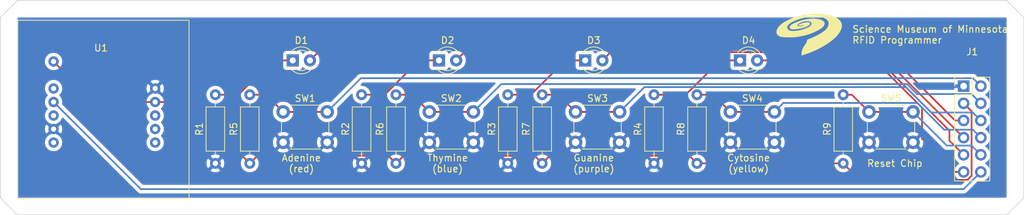
<source format=kicad_pcb>
(kicad_pcb (version 20171130) (host pcbnew 5.1.5+dfsg1-2build2)

  (general
    (thickness 1.6)
    (drawings 14)
    (tracks 104)
    (zones 0)
    (modules 21)
    (nets 23)
  )

  (page A4)
  (layers
    (0 F.Cu signal)
    (31 B.Cu signal)
    (32 B.Adhes user)
    (33 F.Adhes user)
    (34 B.Paste user)
    (35 F.Paste user)
    (36 B.SilkS user)
    (37 F.SilkS user)
    (38 B.Mask user)
    (39 F.Mask user)
    (40 Dwgs.User user)
    (41 Cmts.User user)
    (42 Eco1.User user)
    (43 Eco2.User user)
    (44 Edge.Cuts user)
    (45 Margin user)
    (46 B.CrtYd user)
    (47 F.CrtYd user)
    (48 B.Fab user)
    (49 F.Fab user hide)
  )

  (setup
    (last_trace_width 0.25)
    (trace_clearance 0.2)
    (zone_clearance 0.508)
    (zone_45_only no)
    (trace_min 0.2)
    (via_size 0.8)
    (via_drill 0.4)
    (via_min_size 0.4)
    (via_min_drill 0.3)
    (uvia_size 0.3)
    (uvia_drill 0.1)
    (uvias_allowed no)
    (uvia_min_size 0.2)
    (uvia_min_drill 0.1)
    (edge_width 0.1)
    (segment_width 0.2)
    (pcb_text_width 0.3)
    (pcb_text_size 1.5 1.5)
    (mod_edge_width 0.15)
    (mod_text_size 1 1)
    (mod_text_width 0.15)
    (pad_size 1.524 1.524)
    (pad_drill 0.762)
    (pad_to_mask_clearance 0)
    (aux_axis_origin 0 0)
    (visible_elements FFFFFF7F)
    (pcbplotparams
      (layerselection 0x010fc_ffffffff)
      (usegerberextensions true)
      (usegerberattributes false)
      (usegerberadvancedattributes false)
      (creategerberjobfile false)
      (excludeedgelayer true)
      (linewidth 0.100000)
      (plotframeref false)
      (viasonmask false)
      (mode 1)
      (useauxorigin false)
      (hpglpennumber 1)
      (hpglpenspeed 20)
      (hpglpendiameter 15.000000)
      (psnegative false)
      (psa4output false)
      (plotreference true)
      (plotvalue true)
      (plotinvisibletext false)
      (padsonsilk false)
      (subtractmaskfromsilk true)
      (outputformat 1)
      (mirror false)
      (drillshape 0)
      (scaleselection 1)
      (outputdirectory "programming-board/"))
  )

  (net 0 "")
  (net 1 "Net-(D1-Pad1)")
  (net 2 /LED1)
  (net 3 /LED2)
  (net 4 "Net-(D2-Pad1)")
  (net 5 "Net-(D3-Pad1)")
  (net 6 /LED3)
  (net 7 /LED4)
  (net 8 "Net-(D4-Pad1)")
  (net 9 GND)
  (net 10 /B1)
  (net 11 +5V)
  (net 12 /B2)
  (net 13 /B3)
  (net 14 /B4)
  (net 15 /B5)
  (net 16 "Net-(J1-Pad12)")
  (net 17 "Net-(U1-Pad10)")
  (net 18 "Net-(U1-Pad8)")
  (net 19 "Net-(U1-Pad6)")
  (net 20 "Net-(U1-Pad5)")
  (net 21 "Net-(U1-Pad4)")
  (net 22 "Net-(U1-Pad3)")

  (net_class Default "This is the default net class."
    (clearance 0.2)
    (trace_width 0.25)
    (via_dia 0.8)
    (via_drill 0.4)
    (uvia_dia 0.3)
    (uvia_drill 0.1)
    (add_net +5V)
    (add_net /B1)
    (add_net /B2)
    (add_net /B3)
    (add_net /B4)
    (add_net /B5)
    (add_net /LED1)
    (add_net /LED2)
    (add_net /LED3)
    (add_net /LED4)
    (add_net GND)
    (add_net "Net-(D1-Pad1)")
    (add_net "Net-(D2-Pad1)")
    (add_net "Net-(D3-Pad1)")
    (add_net "Net-(D4-Pad1)")
    (add_net "Net-(J1-Pad12)")
    (add_net "Net-(U1-Pad10)")
    (add_net "Net-(U1-Pad3)")
    (add_net "Net-(U1-Pad4)")
    (add_net "Net-(U1-Pad5)")
    (add_net "Net-(U1-Pad6)")
    (add_net "Net-(U1-Pad8)")
  )

  (module dna-puzzle-electronics:smm-spiral-10mm (layer F.Cu) (tedit 0) (tstamp 61BC9CE6)
    (at 186.69 69.85)
    (fp_text reference G*** (at 0 0) (layer F.SilkS) hide
      (effects (font (size 1.524 1.524) (thickness 0.3)))
    )
    (fp_text value LOGO (at 0.75 0) (layer F.SilkS) hide
      (effects (font (size 1.524 1.524) (thickness 0.3)))
    )
    (fp_poly (pts (xy 2.215401 -3.033381) (xy 2.933681 -2.905873) (xy 3.546286 -2.725346) (xy 4.010907 -2.5237)
      (xy 4.377426 -2.291041) (xy 4.645665 -2.027901) (xy 4.815445 -1.734813) (xy 4.886586 -1.41231)
      (xy 4.85891 -1.060924) (xy 4.732238 -0.681187) (xy 4.50639 -0.273634) (xy 4.414923 -0.139919)
      (xy 4.095298 0.245177) (xy 3.685521 0.637257) (xy 3.19749 1.029067) (xy 2.643105 1.41335)
      (xy 2.034268 1.78285) (xy 1.382878 2.130312) (xy 0.700835 2.448479) (xy 0.00004 2.730097)
      (xy -0.656896 2.952471) (xy -1.081947 3.082931) (xy -1.081947 2.834925) (xy -1.05177 2.556213)
      (xy -0.970974 2.247197) (xy -0.854165 1.952849) (xy -0.72181 1.725963) (xy -0.547743 1.487588)
      (xy -0.426928 1.311634) (xy -0.348802 1.179618) (xy -0.302804 1.073056) (xy -0.27837 0.973466)
      (xy -0.273588 0.941603) (xy -0.252981 0.831949) (xy -0.211611 0.759567) (xy -0.125541 0.702175)
      (xy 0.029166 0.63749) (xy 0.069773 0.621975) (xy 0.550785 0.42487) (xy 1.021639 0.205285)
      (xy 1.465025 -0.027075) (xy 1.863636 -0.262508) (xy 2.200162 -0.49131) (xy 2.457295 -0.703776)
      (xy 2.488029 -0.733719) (xy 2.725719 -1.021597) (xy 2.872719 -1.312566) (xy 2.928705 -1.5969)
      (xy 2.893353 -1.864875) (xy 2.766339 -2.106766) (xy 2.547341 -2.312847) (xy 2.540736 -2.31742)
      (xy 2.343281 -2.435183) (xy 2.128166 -2.523357) (xy 1.877676 -2.585425) (xy 1.574099 -2.624872)
      (xy 1.199721 -2.645183) (xy 0.850102 -2.649978) (xy 0.417822 -2.645224) (xy 0.050497 -2.62607)
      (xy -0.282798 -2.5876) (xy -0.612987 -2.524898) (xy -0.970991 -2.433049) (xy -1.387737 -2.307138)
      (xy -1.468357 -2.281445) (xy -2.004922 -2.089009) (xy -2.443066 -1.887431) (xy -2.781872 -1.67737)
      (xy -3.020419 -1.459487) (xy -3.15779 -1.234446) (xy -3.19432 -1.039473) (xy -3.146123 -0.878686)
      (xy -3.014774 -0.732749) (xy -2.820135 -0.618894) (xy -2.648043 -0.565633) (xy -2.375592 -0.538162)
      (xy -2.044828 -0.550555) (xy -1.675405 -0.597586) (xy -1.286982 -0.674025) (xy -0.899215 -0.774646)
      (xy -0.531761 -0.89422) (xy -0.204276 -1.027518) (xy 0.063583 -1.169313) (xy 0.252158 -1.314377)
      (xy 0.279415 -1.344252) (xy 0.3942 -1.529479) (xy 0.415787 -1.691522) (xy 0.352446 -1.825142)
      (xy 0.21245 -1.925095) (xy 0.004069 -1.98614) (xy -0.264427 -2.003034) (xy -0.584766 -1.970536)
      (xy -0.680121 -1.952395) (xy -0.958212 -1.87869) (xy -1.20258 -1.784855) (xy -1.405446 -1.678906)
      (xy -1.559034 -1.568861) (xy -1.655566 -1.462734) (xy -1.687267 -1.368544) (xy -1.646358 -1.294306)
      (xy -1.525064 -1.248038) (xy -1.374619 -1.236511) (xy -1.179726 -1.247778) (xy -1.003328 -1.277307)
      (xy -0.868958 -1.31869) (xy -0.800151 -1.36552) (xy -0.79978 -1.393017) (xy -0.862198 -1.410121)
      (xy -0.967163 -1.390413) (xy -1.176189 -1.33702) (xy -1.358941 -1.317412) (xy -1.483765 -1.334529)
      (xy -1.496793 -1.341208) (xy -1.535373 -1.403104) (xy -1.473983 -1.479859) (xy -1.31203 -1.571915)
      (xy -1.048923 -1.679716) (xy -1.04048 -1.682824) (xy -0.78898 -1.758657) (xy -0.528001 -1.809557)
      (xy -0.279904 -1.834236) (xy -0.067054 -1.831408) (xy 0.088188 -1.799785) (xy 0.156646 -1.751724)
      (xy 0.194433 -1.613703) (xy 0.133222 -1.475049) (xy -0.022986 -1.338212) (xy -0.270194 -1.205636)
      (xy -0.604401 -1.07977) (xy -1.021608 -0.96306) (xy -1.199461 -0.921975) (xy -1.621893 -0.842786)
      (xy -1.995981 -0.799436) (xy -2.312242 -0.791493) (xy -2.561193 -0.818527) (xy -2.73335 -0.880107)
      (xy -2.819229 -0.9758) (xy -2.824649 -0.99586) (xy -2.823669 -1.155405) (xy -2.752198 -1.305581)
      (xy -2.603433 -1.452179) (xy -2.370573 -1.600993) (xy -2.046814 -1.757815) (xy -1.817155 -1.853743)
      (xy -1.230615 -2.066959) (xy -0.685828 -2.216436) (xy -0.150022 -2.309598) (xy 0.38641 -2.352948)
      (xy 0.88718 -2.353791) (xy 1.320683 -2.314531) (xy 1.68286 -2.238528) (xy 1.969655 -2.129138)
      (xy 2.177009 -1.989721) (xy 2.300865 -1.823634) (xy 2.337166 -1.634234) (xy 2.281853 -1.424881)
      (xy 2.130868 -1.198932) (xy 1.973605 -1.039429) (xy 1.793183 -0.903327) (xy 1.536703 -0.745532)
      (xy 1.225862 -0.57693) (xy 0.88236 -0.408411) (xy 0.527895 -0.250861) (xy 0.184163 -0.115169)
      (xy 0.012831 -0.055533) (xy -0.575612 0.112171) (xy -1.227123 0.252187) (xy -1.903613 0.356448)
      (xy -1.969958 0.364454) (xy -2.271956 0.390231) (xy -2.6145 0.403538) (xy -2.975447 0.40512)
      (xy -3.332652 0.395722) (xy -3.663972 0.376089) (xy -3.947264 0.346967) (xy -4.160383 0.309099)
      (xy -4.230204 0.28842) (xy -4.494985 0.150475) (xy -4.672763 -0.031536) (xy -4.765376 -0.249473)
      (xy -4.774658 -0.495196) (xy -4.702448 -0.760564) (xy -4.550581 -1.037438) (xy -4.320893 -1.317678)
      (xy -4.01522 -1.593142) (xy -3.765078 -1.773458) (xy -3.141868 -2.133459) (xy -2.451603 -2.439705)
      (xy -1.710046 -2.690143) (xy -0.932961 -2.88272) (xy -0.13611 -3.015385) (xy 0.664743 -3.086085)
      (xy 1.453834 -3.092768) (xy 2.215401 -3.033381)) (layer F.SilkS) (width 0.01))
  )

  (module SMM:ID-12LA (layer F.Cu) (tedit 61BC3F3E) (tstamp 61BC4073)
    (at 90.17 77.82)
    (path /61BFD80E)
    (fp_text reference U1 (at -8 -6) (layer F.SilkS)
      (effects (font (size 1 1) (thickness 0.15)))
    )
    (fp_text value ID12-LA (at -8 -8) (layer F.Fab)
      (effects (font (size 1 1) (thickness 0.15)))
    )
    (fp_line (start 5 16.3) (end 0 16.3) (layer F.SilkS) (width 0.12))
    (fp_line (start 5 -10.1) (end 5 16.3) (layer F.SilkS) (width 0.12))
    (fp_line (start -20.3 -10.1) (end 5 -10.1) (layer F.SilkS) (width 0.12))
    (fp_line (start -20.3 16.3) (end -20.3 -10.1) (layer F.SilkS) (width 0.12))
    (fp_line (start 0 16.3) (end -20.3 16.3) (layer F.SilkS) (width 0.12))
    (pad 11 thru_hole circle (at -15 -4) (size 1.524 1.524) (drill 0.762) (layers *.Cu *.Mask)
      (net 11 +5V))
    (pad 10 thru_hole circle (at -15 0) (size 1.524 1.524) (drill 0.762) (layers *.Cu *.Mask)
      (net 17 "Net-(U1-Pad10)"))
    (pad 9 thru_hole circle (at -15 2) (size 1.524 1.524) (drill 0.762) (layers *.Cu *.Mask)
      (net 16 "Net-(J1-Pad12)"))
    (pad 8 thru_hole circle (at -15 4) (size 1.524 1.524) (drill 0.762) (layers *.Cu *.Mask)
      (net 18 "Net-(U1-Pad8)"))
    (pad 7 thru_hole circle (at -15 6) (size 1.524 1.524) (drill 0.762) (layers *.Cu *.Mask)
      (net 9 GND))
    (pad 6 thru_hole circle (at -15 8) (size 1.524 1.524) (drill 0.762) (layers *.Cu *.Mask)
      (net 19 "Net-(U1-Pad6)"))
    (pad 5 thru_hole circle (at 0 8) (size 1.524 1.524) (drill 0.762) (layers *.Cu *.Mask)
      (net 20 "Net-(U1-Pad5)"))
    (pad 4 thru_hole circle (at 0 6) (size 1.524 1.524) (drill 0.762) (layers *.Cu *.Mask)
      (net 21 "Net-(U1-Pad4)"))
    (pad 3 thru_hole circle (at 0 4) (size 1.524 1.524) (drill 0.762) (layers *.Cu *.Mask)
      (net 22 "Net-(U1-Pad3)"))
    (pad 2 thru_hole circle (at 0 2) (size 1.524 1.524) (drill 0.762) (layers *.Cu *.Mask)
      (net 11 +5V))
    (pad 1 thru_hole circle (at 0 0) (size 1.524 1.524) (drill 0.762) (layers *.Cu *.Mask)
      (net 9 GND))
  )

  (module LED_THT:LED_D3.0mm (layer F.Cu) (tedit 587A3A7B) (tstamp 61BC397D)
    (at 110.49 73.66)
    (descr "LED, diameter 3.0mm, 2 pins")
    (tags "LED diameter 3.0mm 2 pins")
    (path /61C0DCA4)
    (fp_text reference D1 (at 1.27 -2.96) (layer F.SilkS)
      (effects (font (size 1 1) (thickness 0.15)))
    )
    (fp_text value LED (at 1.27 2.96) (layer F.Fab)
      (effects (font (size 1 1) (thickness 0.15)))
    )
    (fp_arc (start 1.27 0) (end -0.23 -1.16619) (angle 284.3) (layer F.Fab) (width 0.1))
    (fp_arc (start 1.27 0) (end -0.29 -1.235516) (angle 108.8) (layer F.SilkS) (width 0.12))
    (fp_arc (start 1.27 0) (end -0.29 1.235516) (angle -108.8) (layer F.SilkS) (width 0.12))
    (fp_arc (start 1.27 0) (end 0.229039 -1.08) (angle 87.9) (layer F.SilkS) (width 0.12))
    (fp_arc (start 1.27 0) (end 0.229039 1.08) (angle -87.9) (layer F.SilkS) (width 0.12))
    (fp_circle (center 1.27 0) (end 2.77 0) (layer F.Fab) (width 0.1))
    (fp_line (start -0.23 -1.16619) (end -0.23 1.16619) (layer F.Fab) (width 0.1))
    (fp_line (start -0.29 -1.236) (end -0.29 -1.08) (layer F.SilkS) (width 0.12))
    (fp_line (start -0.29 1.08) (end -0.29 1.236) (layer F.SilkS) (width 0.12))
    (fp_line (start -1.15 -2.25) (end -1.15 2.25) (layer F.CrtYd) (width 0.05))
    (fp_line (start -1.15 2.25) (end 3.7 2.25) (layer F.CrtYd) (width 0.05))
    (fp_line (start 3.7 2.25) (end 3.7 -2.25) (layer F.CrtYd) (width 0.05))
    (fp_line (start 3.7 -2.25) (end -1.15 -2.25) (layer F.CrtYd) (width 0.05))
    (pad 1 thru_hole rect (at 0 0) (size 1.8 1.8) (drill 0.9) (layers *.Cu *.Mask)
      (net 1 "Net-(D1-Pad1)"))
    (pad 2 thru_hole circle (at 2.54 0) (size 1.8 1.8) (drill 0.9) (layers *.Cu *.Mask)
      (net 2 /LED1))
    (model ${KISYS3DMOD}/LED_THT.3dshapes/LED_D3.0mm.wrl
      (at (xyz 0 0 0))
      (scale (xyz 1 1 1))
      (rotate (xyz 0 0 0))
    )
  )

  (module LED_THT:LED_D3.0mm (layer F.Cu) (tedit 587A3A7B) (tstamp 61BC3990)
    (at 132.08 73.66)
    (descr "LED, diameter 3.0mm, 2 pins")
    (tags "LED diameter 3.0mm 2 pins")
    (path /61C20355)
    (fp_text reference D2 (at 1.27 -2.96) (layer F.SilkS)
      (effects (font (size 1 1) (thickness 0.15)))
    )
    (fp_text value LED (at 1.27 2.96) (layer F.Fab)
      (effects (font (size 1 1) (thickness 0.15)))
    )
    (fp_line (start 3.7 -2.25) (end -1.15 -2.25) (layer F.CrtYd) (width 0.05))
    (fp_line (start 3.7 2.25) (end 3.7 -2.25) (layer F.CrtYd) (width 0.05))
    (fp_line (start -1.15 2.25) (end 3.7 2.25) (layer F.CrtYd) (width 0.05))
    (fp_line (start -1.15 -2.25) (end -1.15 2.25) (layer F.CrtYd) (width 0.05))
    (fp_line (start -0.29 1.08) (end -0.29 1.236) (layer F.SilkS) (width 0.12))
    (fp_line (start -0.29 -1.236) (end -0.29 -1.08) (layer F.SilkS) (width 0.12))
    (fp_line (start -0.23 -1.16619) (end -0.23 1.16619) (layer F.Fab) (width 0.1))
    (fp_circle (center 1.27 0) (end 2.77 0) (layer F.Fab) (width 0.1))
    (fp_arc (start 1.27 0) (end 0.229039 1.08) (angle -87.9) (layer F.SilkS) (width 0.12))
    (fp_arc (start 1.27 0) (end 0.229039 -1.08) (angle 87.9) (layer F.SilkS) (width 0.12))
    (fp_arc (start 1.27 0) (end -0.29 1.235516) (angle -108.8) (layer F.SilkS) (width 0.12))
    (fp_arc (start 1.27 0) (end -0.29 -1.235516) (angle 108.8) (layer F.SilkS) (width 0.12))
    (fp_arc (start 1.27 0) (end -0.23 -1.16619) (angle 284.3) (layer F.Fab) (width 0.1))
    (pad 2 thru_hole circle (at 2.54 0) (size 1.8 1.8) (drill 0.9) (layers *.Cu *.Mask)
      (net 3 /LED2))
    (pad 1 thru_hole rect (at 0 0) (size 1.8 1.8) (drill 0.9) (layers *.Cu *.Mask)
      (net 4 "Net-(D2-Pad1)"))
    (model ${KISYS3DMOD}/LED_THT.3dshapes/LED_D3.0mm.wrl
      (at (xyz 0 0 0))
      (scale (xyz 1 1 1))
      (rotate (xyz 0 0 0))
    )
  )

  (module LED_THT:LED_D3.0mm (layer F.Cu) (tedit 587A3A7B) (tstamp 61BC39A3)
    (at 153.67 73.66)
    (descr "LED, diameter 3.0mm, 2 pins")
    (tags "LED diameter 3.0mm 2 pins")
    (path /61C20D14)
    (fp_text reference D3 (at 1.27 -2.96) (layer F.SilkS)
      (effects (font (size 1 1) (thickness 0.15)))
    )
    (fp_text value LED (at 1.27 2.96) (layer F.Fab)
      (effects (font (size 1 1) (thickness 0.15)))
    )
    (fp_arc (start 1.27 0) (end -0.23 -1.16619) (angle 284.3) (layer F.Fab) (width 0.1))
    (fp_arc (start 1.27 0) (end -0.29 -1.235516) (angle 108.8) (layer F.SilkS) (width 0.12))
    (fp_arc (start 1.27 0) (end -0.29 1.235516) (angle -108.8) (layer F.SilkS) (width 0.12))
    (fp_arc (start 1.27 0) (end 0.229039 -1.08) (angle 87.9) (layer F.SilkS) (width 0.12))
    (fp_arc (start 1.27 0) (end 0.229039 1.08) (angle -87.9) (layer F.SilkS) (width 0.12))
    (fp_circle (center 1.27 0) (end 2.77 0) (layer F.Fab) (width 0.1))
    (fp_line (start -0.23 -1.16619) (end -0.23 1.16619) (layer F.Fab) (width 0.1))
    (fp_line (start -0.29 -1.236) (end -0.29 -1.08) (layer F.SilkS) (width 0.12))
    (fp_line (start -0.29 1.08) (end -0.29 1.236) (layer F.SilkS) (width 0.12))
    (fp_line (start -1.15 -2.25) (end -1.15 2.25) (layer F.CrtYd) (width 0.05))
    (fp_line (start -1.15 2.25) (end 3.7 2.25) (layer F.CrtYd) (width 0.05))
    (fp_line (start 3.7 2.25) (end 3.7 -2.25) (layer F.CrtYd) (width 0.05))
    (fp_line (start 3.7 -2.25) (end -1.15 -2.25) (layer F.CrtYd) (width 0.05))
    (pad 1 thru_hole rect (at 0 0) (size 1.8 1.8) (drill 0.9) (layers *.Cu *.Mask)
      (net 5 "Net-(D3-Pad1)"))
    (pad 2 thru_hole circle (at 2.54 0) (size 1.8 1.8) (drill 0.9) (layers *.Cu *.Mask)
      (net 6 /LED3))
    (model ${KISYS3DMOD}/LED_THT.3dshapes/LED_D3.0mm.wrl
      (at (xyz 0 0 0))
      (scale (xyz 1 1 1))
      (rotate (xyz 0 0 0))
    )
  )

  (module LED_THT:LED_D3.0mm (layer F.Cu) (tedit 587A3A7B) (tstamp 61BC39B6)
    (at 176.53 73.66)
    (descr "LED, diameter 3.0mm, 2 pins")
    (tags "LED diameter 3.0mm 2 pins")
    (path /61C229F9)
    (fp_text reference D4 (at 1.27 -2.96) (layer F.SilkS)
      (effects (font (size 1 1) (thickness 0.15)))
    )
    (fp_text value LED (at 1.27 2.96) (layer F.Fab)
      (effects (font (size 1 1) (thickness 0.15)))
    )
    (fp_line (start 3.7 -2.25) (end -1.15 -2.25) (layer F.CrtYd) (width 0.05))
    (fp_line (start 3.7 2.25) (end 3.7 -2.25) (layer F.CrtYd) (width 0.05))
    (fp_line (start -1.15 2.25) (end 3.7 2.25) (layer F.CrtYd) (width 0.05))
    (fp_line (start -1.15 -2.25) (end -1.15 2.25) (layer F.CrtYd) (width 0.05))
    (fp_line (start -0.29 1.08) (end -0.29 1.236) (layer F.SilkS) (width 0.12))
    (fp_line (start -0.29 -1.236) (end -0.29 -1.08) (layer F.SilkS) (width 0.12))
    (fp_line (start -0.23 -1.16619) (end -0.23 1.16619) (layer F.Fab) (width 0.1))
    (fp_circle (center 1.27 0) (end 2.77 0) (layer F.Fab) (width 0.1))
    (fp_arc (start 1.27 0) (end 0.229039 1.08) (angle -87.9) (layer F.SilkS) (width 0.12))
    (fp_arc (start 1.27 0) (end 0.229039 -1.08) (angle 87.9) (layer F.SilkS) (width 0.12))
    (fp_arc (start 1.27 0) (end -0.29 1.235516) (angle -108.8) (layer F.SilkS) (width 0.12))
    (fp_arc (start 1.27 0) (end -0.29 -1.235516) (angle 108.8) (layer F.SilkS) (width 0.12))
    (fp_arc (start 1.27 0) (end -0.23 -1.16619) (angle 284.3) (layer F.Fab) (width 0.1))
    (pad 2 thru_hole circle (at 2.54 0) (size 1.8 1.8) (drill 0.9) (layers *.Cu *.Mask)
      (net 7 /LED4))
    (pad 1 thru_hole rect (at 0 0) (size 1.8 1.8) (drill 0.9) (layers *.Cu *.Mask)
      (net 8 "Net-(D4-Pad1)"))
    (model ${KISYS3DMOD}/LED_THT.3dshapes/LED_D3.0mm.wrl
      (at (xyz 0 0 0))
      (scale (xyz 1 1 1))
      (rotate (xyz 0 0 0))
    )
  )

  (module Connector_PinHeader_2.54mm:PinHeader_2x06_P2.54mm_Vertical (layer F.Cu) (tedit 59FED5CC) (tstamp 61BC413A)
    (at 209.55 77.47)
    (descr "Through hole straight pin header, 2x06, 2.54mm pitch, double rows")
    (tags "Through hole pin header THT 2x06 2.54mm double row")
    (path /61BC59D5)
    (fp_text reference J1 (at 1.27 -5.08) (layer F.SilkS)
      (effects (font (size 1 1) (thickness 0.15)))
    )
    (fp_text value Conn_02x06_Odd_Even (at 1.27 15.03) (layer F.Fab)
      (effects (font (size 1 1) (thickness 0.15)))
    )
    (fp_line (start 0 -1.27) (end 3.81 -1.27) (layer F.Fab) (width 0.1))
    (fp_line (start 3.81 -1.27) (end 3.81 13.97) (layer F.Fab) (width 0.1))
    (fp_line (start 3.81 13.97) (end -1.27 13.97) (layer F.Fab) (width 0.1))
    (fp_line (start -1.27 13.97) (end -1.27 0) (layer F.Fab) (width 0.1))
    (fp_line (start -1.27 0) (end 0 -1.27) (layer F.Fab) (width 0.1))
    (fp_line (start -1.33 14.03) (end 3.87 14.03) (layer F.SilkS) (width 0.12))
    (fp_line (start -1.33 1.27) (end -1.33 14.03) (layer F.SilkS) (width 0.12))
    (fp_line (start 3.87 -1.33) (end 3.87 14.03) (layer F.SilkS) (width 0.12))
    (fp_line (start -1.33 1.27) (end 1.27 1.27) (layer F.SilkS) (width 0.12))
    (fp_line (start 1.27 1.27) (end 1.27 -1.33) (layer F.SilkS) (width 0.12))
    (fp_line (start 1.27 -1.33) (end 3.87 -1.33) (layer F.SilkS) (width 0.12))
    (fp_line (start -1.33 0) (end -1.33 -1.33) (layer F.SilkS) (width 0.12))
    (fp_line (start -1.33 -1.33) (end 0 -1.33) (layer F.SilkS) (width 0.12))
    (fp_line (start -1.8 -1.8) (end -1.8 14.5) (layer F.CrtYd) (width 0.05))
    (fp_line (start -1.8 14.5) (end 4.35 14.5) (layer F.CrtYd) (width 0.05))
    (fp_line (start 4.35 14.5) (end 4.35 -1.8) (layer F.CrtYd) (width 0.05))
    (fp_line (start 4.35 -1.8) (end -1.8 -1.8) (layer F.CrtYd) (width 0.05))
    (fp_text user %R (at 1.27 6.35 90) (layer F.Fab)
      (effects (font (size 1 1) (thickness 0.15)))
    )
    (pad 1 thru_hole rect (at 0 0) (size 1.7 1.7) (drill 1) (layers *.Cu *.Mask)
      (net 9 GND))
    (pad 2 thru_hole oval (at 2.54 0) (size 1.7 1.7) (drill 1) (layers *.Cu *.Mask)
      (net 10 /B1))
    (pad 3 thru_hole oval (at 0 2.54) (size 1.7 1.7) (drill 1) (layers *.Cu *.Mask)
      (net 11 +5V))
    (pad 4 thru_hole oval (at 2.54 2.54) (size 1.7 1.7) (drill 1) (layers *.Cu *.Mask)
      (net 12 /B2))
    (pad 5 thru_hole oval (at 0 5.08) (size 1.7 1.7) (drill 1) (layers *.Cu *.Mask)
      (net 2 /LED1))
    (pad 6 thru_hole oval (at 2.54 5.08) (size 1.7 1.7) (drill 1) (layers *.Cu *.Mask)
      (net 13 /B3))
    (pad 7 thru_hole oval (at 0 7.62) (size 1.7 1.7) (drill 1) (layers *.Cu *.Mask)
      (net 3 /LED2))
    (pad 8 thru_hole oval (at 2.54 7.62) (size 1.7 1.7) (drill 1) (layers *.Cu *.Mask)
      (net 14 /B4))
    (pad 9 thru_hole oval (at 0 10.16) (size 1.7 1.7) (drill 1) (layers *.Cu *.Mask)
      (net 6 /LED3))
    (pad 10 thru_hole oval (at 2.54 10.16) (size 1.7 1.7) (drill 1) (layers *.Cu *.Mask)
      (net 15 /B5))
    (pad 11 thru_hole oval (at 0 12.7) (size 1.7 1.7) (drill 1) (layers *.Cu *.Mask)
      (net 7 /LED4))
    (pad 12 thru_hole oval (at 2.54 12.7) (size 1.7 1.7) (drill 1) (layers *.Cu *.Mask)
      (net 16 "Net-(J1-Pad12)"))
    (model ${KISYS3DMOD}/Connector_PinHeader_2.54mm.3dshapes/PinHeader_2x06_P2.54mm_Vertical.wrl
      (at (xyz 0 0 0))
      (scale (xyz 1 1 1))
      (rotate (xyz 0 0 0))
    )
  )

  (module Resistor_THT:R_Axial_DIN0207_L6.3mm_D2.5mm_P10.16mm_Horizontal (layer F.Cu) (tedit 5AE5139B) (tstamp 61BC39EF)
    (at 99.06 88.9 90)
    (descr "Resistor, Axial_DIN0207 series, Axial, Horizontal, pin pitch=10.16mm, 0.25W = 1/4W, length*diameter=6.3*2.5mm^2, http://cdn-reichelt.de/documents/datenblatt/B400/1_4W%23YAG.pdf")
    (tags "Resistor Axial_DIN0207 series Axial Horizontal pin pitch 10.16mm 0.25W = 1/4W length 6.3mm diameter 2.5mm")
    (path /61C10BC4)
    (fp_text reference R1 (at 5.08 -2.37 90) (layer F.SilkS)
      (effects (font (size 1 1) (thickness 0.15)))
    )
    (fp_text value 1k (at 5.08 2.37 90) (layer F.Fab)
      (effects (font (size 1 1) (thickness 0.15)))
    )
    (fp_line (start 1.93 -1.25) (end 1.93 1.25) (layer F.Fab) (width 0.1))
    (fp_line (start 1.93 1.25) (end 8.23 1.25) (layer F.Fab) (width 0.1))
    (fp_line (start 8.23 1.25) (end 8.23 -1.25) (layer F.Fab) (width 0.1))
    (fp_line (start 8.23 -1.25) (end 1.93 -1.25) (layer F.Fab) (width 0.1))
    (fp_line (start 0 0) (end 1.93 0) (layer F.Fab) (width 0.1))
    (fp_line (start 10.16 0) (end 8.23 0) (layer F.Fab) (width 0.1))
    (fp_line (start 1.81 -1.37) (end 1.81 1.37) (layer F.SilkS) (width 0.12))
    (fp_line (start 1.81 1.37) (end 8.35 1.37) (layer F.SilkS) (width 0.12))
    (fp_line (start 8.35 1.37) (end 8.35 -1.37) (layer F.SilkS) (width 0.12))
    (fp_line (start 8.35 -1.37) (end 1.81 -1.37) (layer F.SilkS) (width 0.12))
    (fp_line (start 1.04 0) (end 1.81 0) (layer F.SilkS) (width 0.12))
    (fp_line (start 9.12 0) (end 8.35 0) (layer F.SilkS) (width 0.12))
    (fp_line (start -1.05 -1.5) (end -1.05 1.5) (layer F.CrtYd) (width 0.05))
    (fp_line (start -1.05 1.5) (end 11.21 1.5) (layer F.CrtYd) (width 0.05))
    (fp_line (start 11.21 1.5) (end 11.21 -1.5) (layer F.CrtYd) (width 0.05))
    (fp_line (start 11.21 -1.5) (end -1.05 -1.5) (layer F.CrtYd) (width 0.05))
    (fp_text user %R (at 5.08 0 90) (layer F.Fab)
      (effects (font (size 1 1) (thickness 0.15)))
    )
    (pad 1 thru_hole circle (at 0 0 90) (size 1.6 1.6) (drill 0.8) (layers *.Cu *.Mask)
      (net 9 GND))
    (pad 2 thru_hole oval (at 10.16 0 90) (size 1.6 1.6) (drill 0.8) (layers *.Cu *.Mask)
      (net 1 "Net-(D1-Pad1)"))
    (model ${KISYS3DMOD}/Resistor_THT.3dshapes/R_Axial_DIN0207_L6.3mm_D2.5mm_P10.16mm_Horizontal.wrl
      (at (xyz 0 0 0))
      (scale (xyz 1 1 1))
      (rotate (xyz 0 0 0))
    )
  )

  (module Resistor_THT:R_Axial_DIN0207_L6.3mm_D2.5mm_P10.16mm_Horizontal (layer F.Cu) (tedit 5AE5139B) (tstamp 61BC490B)
    (at 120.65 88.9 90)
    (descr "Resistor, Axial_DIN0207 series, Axial, Horizontal, pin pitch=10.16mm, 0.25W = 1/4W, length*diameter=6.3*2.5mm^2, http://cdn-reichelt.de/documents/datenblatt/B400/1_4W%23YAG.pdf")
    (tags "Resistor Axial_DIN0207 series Axial Horizontal pin pitch 10.16mm 0.25W = 1/4W length 6.3mm diameter 2.5mm")
    (path /61C2035B)
    (fp_text reference R2 (at 5.08 -2.37 90) (layer F.SilkS)
      (effects (font (size 1 1) (thickness 0.15)))
    )
    (fp_text value 1k (at 5.08 2.37 90) (layer F.Fab)
      (effects (font (size 1 1) (thickness 0.15)))
    )
    (fp_text user %R (at 5.08 0 90) (layer F.Fab)
      (effects (font (size 1 1) (thickness 0.15)))
    )
    (fp_line (start 11.21 -1.5) (end -1.05 -1.5) (layer F.CrtYd) (width 0.05))
    (fp_line (start 11.21 1.5) (end 11.21 -1.5) (layer F.CrtYd) (width 0.05))
    (fp_line (start -1.05 1.5) (end 11.21 1.5) (layer F.CrtYd) (width 0.05))
    (fp_line (start -1.05 -1.5) (end -1.05 1.5) (layer F.CrtYd) (width 0.05))
    (fp_line (start 9.12 0) (end 8.35 0) (layer F.SilkS) (width 0.12))
    (fp_line (start 1.04 0) (end 1.81 0) (layer F.SilkS) (width 0.12))
    (fp_line (start 8.35 -1.37) (end 1.81 -1.37) (layer F.SilkS) (width 0.12))
    (fp_line (start 8.35 1.37) (end 8.35 -1.37) (layer F.SilkS) (width 0.12))
    (fp_line (start 1.81 1.37) (end 8.35 1.37) (layer F.SilkS) (width 0.12))
    (fp_line (start 1.81 -1.37) (end 1.81 1.37) (layer F.SilkS) (width 0.12))
    (fp_line (start 10.16 0) (end 8.23 0) (layer F.Fab) (width 0.1))
    (fp_line (start 0 0) (end 1.93 0) (layer F.Fab) (width 0.1))
    (fp_line (start 8.23 -1.25) (end 1.93 -1.25) (layer F.Fab) (width 0.1))
    (fp_line (start 8.23 1.25) (end 8.23 -1.25) (layer F.Fab) (width 0.1))
    (fp_line (start 1.93 1.25) (end 8.23 1.25) (layer F.Fab) (width 0.1))
    (fp_line (start 1.93 -1.25) (end 1.93 1.25) (layer F.Fab) (width 0.1))
    (pad 2 thru_hole oval (at 10.16 0 90) (size 1.6 1.6) (drill 0.8) (layers *.Cu *.Mask)
      (net 4 "Net-(D2-Pad1)"))
    (pad 1 thru_hole circle (at 0 0 90) (size 1.6 1.6) (drill 0.8) (layers *.Cu *.Mask)
      (net 9 GND))
    (model ${KISYS3DMOD}/Resistor_THT.3dshapes/R_Axial_DIN0207_L6.3mm_D2.5mm_P10.16mm_Horizontal.wrl
      (at (xyz 0 0 0))
      (scale (xyz 1 1 1))
      (rotate (xyz 0 0 0))
    )
  )

  (module Resistor_THT:R_Axial_DIN0207_L6.3mm_D2.5mm_P10.16mm_Horizontal (layer F.Cu) (tedit 5AE5139B) (tstamp 61BC3A1D)
    (at 142.24 88.9 90)
    (descr "Resistor, Axial_DIN0207 series, Axial, Horizontal, pin pitch=10.16mm, 0.25W = 1/4W, length*diameter=6.3*2.5mm^2, http://cdn-reichelt.de/documents/datenblatt/B400/1_4W%23YAG.pdf")
    (tags "Resistor Axial_DIN0207 series Axial Horizontal pin pitch 10.16mm 0.25W = 1/4W length 6.3mm diameter 2.5mm")
    (path /61C20D1A)
    (fp_text reference R3 (at 5.08 -2.37 90) (layer F.SilkS)
      (effects (font (size 1 1) (thickness 0.15)))
    )
    (fp_text value 1k (at 5.08 2.37 90) (layer F.Fab)
      (effects (font (size 1 1) (thickness 0.15)))
    )
    (fp_line (start 1.93 -1.25) (end 1.93 1.25) (layer F.Fab) (width 0.1))
    (fp_line (start 1.93 1.25) (end 8.23 1.25) (layer F.Fab) (width 0.1))
    (fp_line (start 8.23 1.25) (end 8.23 -1.25) (layer F.Fab) (width 0.1))
    (fp_line (start 8.23 -1.25) (end 1.93 -1.25) (layer F.Fab) (width 0.1))
    (fp_line (start 0 0) (end 1.93 0) (layer F.Fab) (width 0.1))
    (fp_line (start 10.16 0) (end 8.23 0) (layer F.Fab) (width 0.1))
    (fp_line (start 1.81 -1.37) (end 1.81 1.37) (layer F.SilkS) (width 0.12))
    (fp_line (start 1.81 1.37) (end 8.35 1.37) (layer F.SilkS) (width 0.12))
    (fp_line (start 8.35 1.37) (end 8.35 -1.37) (layer F.SilkS) (width 0.12))
    (fp_line (start 8.35 -1.37) (end 1.81 -1.37) (layer F.SilkS) (width 0.12))
    (fp_line (start 1.04 0) (end 1.81 0) (layer F.SilkS) (width 0.12))
    (fp_line (start 9.12 0) (end 8.35 0) (layer F.SilkS) (width 0.12))
    (fp_line (start -1.05 -1.5) (end -1.05 1.5) (layer F.CrtYd) (width 0.05))
    (fp_line (start -1.05 1.5) (end 11.21 1.5) (layer F.CrtYd) (width 0.05))
    (fp_line (start 11.21 1.5) (end 11.21 -1.5) (layer F.CrtYd) (width 0.05))
    (fp_line (start 11.21 -1.5) (end -1.05 -1.5) (layer F.CrtYd) (width 0.05))
    (fp_text user %R (at 5.08 0 90) (layer F.Fab)
      (effects (font (size 1 1) (thickness 0.15)))
    )
    (pad 1 thru_hole circle (at 0 0 90) (size 1.6 1.6) (drill 0.8) (layers *.Cu *.Mask)
      (net 9 GND))
    (pad 2 thru_hole oval (at 10.16 0 90) (size 1.6 1.6) (drill 0.8) (layers *.Cu *.Mask)
      (net 5 "Net-(D3-Pad1)"))
    (model ${KISYS3DMOD}/Resistor_THT.3dshapes/R_Axial_DIN0207_L6.3mm_D2.5mm_P10.16mm_Horizontal.wrl
      (at (xyz 0 0 0))
      (scale (xyz 1 1 1))
      (rotate (xyz 0 0 0))
    )
  )

  (module Resistor_THT:R_Axial_DIN0207_L6.3mm_D2.5mm_P10.16mm_Horizontal (layer F.Cu) (tedit 5AE5139B) (tstamp 61BC514B)
    (at 163.83 88.9 90)
    (descr "Resistor, Axial_DIN0207 series, Axial, Horizontal, pin pitch=10.16mm, 0.25W = 1/4W, length*diameter=6.3*2.5mm^2, http://cdn-reichelt.de/documents/datenblatt/B400/1_4W%23YAG.pdf")
    (tags "Resistor Axial_DIN0207 series Axial Horizontal pin pitch 10.16mm 0.25W = 1/4W length 6.3mm diameter 2.5mm")
    (path /61C229FF)
    (fp_text reference R4 (at 5.08 -2.37 90) (layer F.SilkS)
      (effects (font (size 1 1) (thickness 0.15)))
    )
    (fp_text value 1k (at 5.08 2.37 90) (layer F.Fab)
      (effects (font (size 1 1) (thickness 0.15)))
    )
    (fp_text user %R (at 5.08 0 90) (layer F.Fab)
      (effects (font (size 1 1) (thickness 0.15)))
    )
    (fp_line (start 11.21 -1.5) (end -1.05 -1.5) (layer F.CrtYd) (width 0.05))
    (fp_line (start 11.21 1.5) (end 11.21 -1.5) (layer F.CrtYd) (width 0.05))
    (fp_line (start -1.05 1.5) (end 11.21 1.5) (layer F.CrtYd) (width 0.05))
    (fp_line (start -1.05 -1.5) (end -1.05 1.5) (layer F.CrtYd) (width 0.05))
    (fp_line (start 9.12 0) (end 8.35 0) (layer F.SilkS) (width 0.12))
    (fp_line (start 1.04 0) (end 1.81 0) (layer F.SilkS) (width 0.12))
    (fp_line (start 8.35 -1.37) (end 1.81 -1.37) (layer F.SilkS) (width 0.12))
    (fp_line (start 8.35 1.37) (end 8.35 -1.37) (layer F.SilkS) (width 0.12))
    (fp_line (start 1.81 1.37) (end 8.35 1.37) (layer F.SilkS) (width 0.12))
    (fp_line (start 1.81 -1.37) (end 1.81 1.37) (layer F.SilkS) (width 0.12))
    (fp_line (start 10.16 0) (end 8.23 0) (layer F.Fab) (width 0.1))
    (fp_line (start 0 0) (end 1.93 0) (layer F.Fab) (width 0.1))
    (fp_line (start 8.23 -1.25) (end 1.93 -1.25) (layer F.Fab) (width 0.1))
    (fp_line (start 8.23 1.25) (end 8.23 -1.25) (layer F.Fab) (width 0.1))
    (fp_line (start 1.93 1.25) (end 8.23 1.25) (layer F.Fab) (width 0.1))
    (fp_line (start 1.93 -1.25) (end 1.93 1.25) (layer F.Fab) (width 0.1))
    (pad 2 thru_hole oval (at 10.16 0 90) (size 1.6 1.6) (drill 0.8) (layers *.Cu *.Mask)
      (net 8 "Net-(D4-Pad1)"))
    (pad 1 thru_hole circle (at 0 0 90) (size 1.6 1.6) (drill 0.8) (layers *.Cu *.Mask)
      (net 9 GND))
    (model ${KISYS3DMOD}/Resistor_THT.3dshapes/R_Axial_DIN0207_L6.3mm_D2.5mm_P10.16mm_Horizontal.wrl
      (at (xyz 0 0 0))
      (scale (xyz 1 1 1))
      (rotate (xyz 0 0 0))
    )
  )

  (module Resistor_THT:R_Axial_DIN0207_L6.3mm_D2.5mm_P10.16mm_Horizontal (layer F.Cu) (tedit 5AE5139B) (tstamp 61BC3A4B)
    (at 104.14 88.9 90)
    (descr "Resistor, Axial_DIN0207 series, Axial, Horizontal, pin pitch=10.16mm, 0.25W = 1/4W, length*diameter=6.3*2.5mm^2, http://cdn-reichelt.de/documents/datenblatt/B400/1_4W%23YAG.pdf")
    (tags "Resistor Axial_DIN0207 series Axial Horizontal pin pitch 10.16mm 0.25W = 1/4W length 6.3mm diameter 2.5mm")
    (path /61BC388F)
    (fp_text reference R5 (at 5.08 -2.37 90) (layer F.SilkS)
      (effects (font (size 1 1) (thickness 0.15)))
    )
    (fp_text value 10k (at 5.08 2.37 90) (layer F.Fab)
      (effects (font (size 1 1) (thickness 0.15)))
    )
    (fp_line (start 1.93 -1.25) (end 1.93 1.25) (layer F.Fab) (width 0.1))
    (fp_line (start 1.93 1.25) (end 8.23 1.25) (layer F.Fab) (width 0.1))
    (fp_line (start 8.23 1.25) (end 8.23 -1.25) (layer F.Fab) (width 0.1))
    (fp_line (start 8.23 -1.25) (end 1.93 -1.25) (layer F.Fab) (width 0.1))
    (fp_line (start 0 0) (end 1.93 0) (layer F.Fab) (width 0.1))
    (fp_line (start 10.16 0) (end 8.23 0) (layer F.Fab) (width 0.1))
    (fp_line (start 1.81 -1.37) (end 1.81 1.37) (layer F.SilkS) (width 0.12))
    (fp_line (start 1.81 1.37) (end 8.35 1.37) (layer F.SilkS) (width 0.12))
    (fp_line (start 8.35 1.37) (end 8.35 -1.37) (layer F.SilkS) (width 0.12))
    (fp_line (start 8.35 -1.37) (end 1.81 -1.37) (layer F.SilkS) (width 0.12))
    (fp_line (start 1.04 0) (end 1.81 0) (layer F.SilkS) (width 0.12))
    (fp_line (start 9.12 0) (end 8.35 0) (layer F.SilkS) (width 0.12))
    (fp_line (start -1.05 -1.5) (end -1.05 1.5) (layer F.CrtYd) (width 0.05))
    (fp_line (start -1.05 1.5) (end 11.21 1.5) (layer F.CrtYd) (width 0.05))
    (fp_line (start 11.21 1.5) (end 11.21 -1.5) (layer F.CrtYd) (width 0.05))
    (fp_line (start 11.21 -1.5) (end -1.05 -1.5) (layer F.CrtYd) (width 0.05))
    (fp_text user %R (at 5.08 0 90) (layer F.Fab)
      (effects (font (size 1 1) (thickness 0.15)))
    )
    (pad 1 thru_hole circle (at 0 0 90) (size 1.6 1.6) (drill 0.8) (layers *.Cu *.Mask)
      (net 11 +5V))
    (pad 2 thru_hole oval (at 10.16 0 90) (size 1.6 1.6) (drill 0.8) (layers *.Cu *.Mask)
      (net 10 /B1))
    (model ${KISYS3DMOD}/Resistor_THT.3dshapes/R_Axial_DIN0207_L6.3mm_D2.5mm_P10.16mm_Horizontal.wrl
      (at (xyz 0 0 0))
      (scale (xyz 1 1 1))
      (rotate (xyz 0 0 0))
    )
  )

  (module Resistor_THT:R_Axial_DIN0207_L6.3mm_D2.5mm_P10.16mm_Horizontal (layer F.Cu) (tedit 5AE5139B) (tstamp 61BC4DAA)
    (at 125.73 88.9 90)
    (descr "Resistor, Axial_DIN0207 series, Axial, Horizontal, pin pitch=10.16mm, 0.25W = 1/4W, length*diameter=6.3*2.5mm^2, http://cdn-reichelt.de/documents/datenblatt/B400/1_4W%23YAG.pdf")
    (tags "Resistor Axial_DIN0207 series Axial Horizontal pin pitch 10.16mm 0.25W = 1/4W length 6.3mm diameter 2.5mm")
    (path /61C063D4)
    (fp_text reference R6 (at 5.08 -2.37 90) (layer F.SilkS)
      (effects (font (size 1 1) (thickness 0.15)))
    )
    (fp_text value 10k (at 5.08 2.37 90) (layer F.Fab)
      (effects (font (size 1 1) (thickness 0.15)))
    )
    (fp_line (start 1.93 -1.25) (end 1.93 1.25) (layer F.Fab) (width 0.1))
    (fp_line (start 1.93 1.25) (end 8.23 1.25) (layer F.Fab) (width 0.1))
    (fp_line (start 8.23 1.25) (end 8.23 -1.25) (layer F.Fab) (width 0.1))
    (fp_line (start 8.23 -1.25) (end 1.93 -1.25) (layer F.Fab) (width 0.1))
    (fp_line (start 0 0) (end 1.93 0) (layer F.Fab) (width 0.1))
    (fp_line (start 10.16 0) (end 8.23 0) (layer F.Fab) (width 0.1))
    (fp_line (start 1.81 -1.37) (end 1.81 1.37) (layer F.SilkS) (width 0.12))
    (fp_line (start 1.81 1.37) (end 8.35 1.37) (layer F.SilkS) (width 0.12))
    (fp_line (start 8.35 1.37) (end 8.35 -1.37) (layer F.SilkS) (width 0.12))
    (fp_line (start 8.35 -1.37) (end 1.81 -1.37) (layer F.SilkS) (width 0.12))
    (fp_line (start 1.04 0) (end 1.81 0) (layer F.SilkS) (width 0.12))
    (fp_line (start 9.12 0) (end 8.35 0) (layer F.SilkS) (width 0.12))
    (fp_line (start -1.05 -1.5) (end -1.05 1.5) (layer F.CrtYd) (width 0.05))
    (fp_line (start -1.05 1.5) (end 11.21 1.5) (layer F.CrtYd) (width 0.05))
    (fp_line (start 11.21 1.5) (end 11.21 -1.5) (layer F.CrtYd) (width 0.05))
    (fp_line (start 11.21 -1.5) (end -1.05 -1.5) (layer F.CrtYd) (width 0.05))
    (fp_text user %R (at 5.08 0 90) (layer F.Fab)
      (effects (font (size 1 1) (thickness 0.15)))
    )
    (pad 1 thru_hole circle (at 0 0 90) (size 1.6 1.6) (drill 0.8) (layers *.Cu *.Mask)
      (net 11 +5V))
    (pad 2 thru_hole oval (at 10.16 0 90) (size 1.6 1.6) (drill 0.8) (layers *.Cu *.Mask)
      (net 12 /B2))
    (model ${KISYS3DMOD}/Resistor_THT.3dshapes/R_Axial_DIN0207_L6.3mm_D2.5mm_P10.16mm_Horizontal.wrl
      (at (xyz 0 0 0))
      (scale (xyz 1 1 1))
      (rotate (xyz 0 0 0))
    )
  )

  (module Resistor_THT:R_Axial_DIN0207_L6.3mm_D2.5mm_P10.16mm_Horizontal (layer F.Cu) (tedit 5AE5139B) (tstamp 61BC4B91)
    (at 147.32 88.9 90)
    (descr "Resistor, Axial_DIN0207 series, Axial, Horizontal, pin pitch=10.16mm, 0.25W = 1/4W, length*diameter=6.3*2.5mm^2, http://cdn-reichelt.de/documents/datenblatt/B400/1_4W%23YAG.pdf")
    (tags "Resistor Axial_DIN0207 series Axial Horizontal pin pitch 10.16mm 0.25W = 1/4W length 6.3mm diameter 2.5mm")
    (path /61C08807)
    (fp_text reference R7 (at 5.08 -2.37 90) (layer F.SilkS)
      (effects (font (size 1 1) (thickness 0.15)))
    )
    (fp_text value 10k (at 5.08 2.37 90) (layer F.Fab)
      (effects (font (size 1 1) (thickness 0.15)))
    )
    (fp_text user %R (at 5.08 0 90) (layer F.Fab)
      (effects (font (size 1 1) (thickness 0.15)))
    )
    (fp_line (start 11.21 -1.5) (end -1.05 -1.5) (layer F.CrtYd) (width 0.05))
    (fp_line (start 11.21 1.5) (end 11.21 -1.5) (layer F.CrtYd) (width 0.05))
    (fp_line (start -1.05 1.5) (end 11.21 1.5) (layer F.CrtYd) (width 0.05))
    (fp_line (start -1.05 -1.5) (end -1.05 1.5) (layer F.CrtYd) (width 0.05))
    (fp_line (start 9.12 0) (end 8.35 0) (layer F.SilkS) (width 0.12))
    (fp_line (start 1.04 0) (end 1.81 0) (layer F.SilkS) (width 0.12))
    (fp_line (start 8.35 -1.37) (end 1.81 -1.37) (layer F.SilkS) (width 0.12))
    (fp_line (start 8.35 1.37) (end 8.35 -1.37) (layer F.SilkS) (width 0.12))
    (fp_line (start 1.81 1.37) (end 8.35 1.37) (layer F.SilkS) (width 0.12))
    (fp_line (start 1.81 -1.37) (end 1.81 1.37) (layer F.SilkS) (width 0.12))
    (fp_line (start 10.16 0) (end 8.23 0) (layer F.Fab) (width 0.1))
    (fp_line (start 0 0) (end 1.93 0) (layer F.Fab) (width 0.1))
    (fp_line (start 8.23 -1.25) (end 1.93 -1.25) (layer F.Fab) (width 0.1))
    (fp_line (start 8.23 1.25) (end 8.23 -1.25) (layer F.Fab) (width 0.1))
    (fp_line (start 1.93 1.25) (end 8.23 1.25) (layer F.Fab) (width 0.1))
    (fp_line (start 1.93 -1.25) (end 1.93 1.25) (layer F.Fab) (width 0.1))
    (pad 2 thru_hole oval (at 10.16 0 90) (size 1.6 1.6) (drill 0.8) (layers *.Cu *.Mask)
      (net 13 /B3))
    (pad 1 thru_hole circle (at 0 0 90) (size 1.6 1.6) (drill 0.8) (layers *.Cu *.Mask)
      (net 11 +5V))
    (model ${KISYS3DMOD}/Resistor_THT.3dshapes/R_Axial_DIN0207_L6.3mm_D2.5mm_P10.16mm_Horizontal.wrl
      (at (xyz 0 0 0))
      (scale (xyz 1 1 1))
      (rotate (xyz 0 0 0))
    )
  )

  (module Resistor_THT:R_Axial_DIN0207_L6.3mm_D2.5mm_P10.16mm_Horizontal (layer F.Cu) (tedit 5AE5139B) (tstamp 61BC5250)
    (at 170.18 88.9 90)
    (descr "Resistor, Axial_DIN0207 series, Axial, Horizontal, pin pitch=10.16mm, 0.25W = 1/4W, length*diameter=6.3*2.5mm^2, http://cdn-reichelt.de/documents/datenblatt/B400/1_4W%23YAG.pdf")
    (tags "Resistor Axial_DIN0207 series Axial Horizontal pin pitch 10.16mm 0.25W = 1/4W length 6.3mm diameter 2.5mm")
    (path /61BCD4D9)
    (fp_text reference R8 (at 5.08 -2.37 90) (layer F.SilkS)
      (effects (font (size 1 1) (thickness 0.15)))
    )
    (fp_text value 10k (at 5.08 2.37 90) (layer F.Fab)
      (effects (font (size 1 1) (thickness 0.15)))
    )
    (fp_text user %R (at 5.08 0 90) (layer F.Fab)
      (effects (font (size 1 1) (thickness 0.15)))
    )
    (fp_line (start 11.21 -1.5) (end -1.05 -1.5) (layer F.CrtYd) (width 0.05))
    (fp_line (start 11.21 1.5) (end 11.21 -1.5) (layer F.CrtYd) (width 0.05))
    (fp_line (start -1.05 1.5) (end 11.21 1.5) (layer F.CrtYd) (width 0.05))
    (fp_line (start -1.05 -1.5) (end -1.05 1.5) (layer F.CrtYd) (width 0.05))
    (fp_line (start 9.12 0) (end 8.35 0) (layer F.SilkS) (width 0.12))
    (fp_line (start 1.04 0) (end 1.81 0) (layer F.SilkS) (width 0.12))
    (fp_line (start 8.35 -1.37) (end 1.81 -1.37) (layer F.SilkS) (width 0.12))
    (fp_line (start 8.35 1.37) (end 8.35 -1.37) (layer F.SilkS) (width 0.12))
    (fp_line (start 1.81 1.37) (end 8.35 1.37) (layer F.SilkS) (width 0.12))
    (fp_line (start 1.81 -1.37) (end 1.81 1.37) (layer F.SilkS) (width 0.12))
    (fp_line (start 10.16 0) (end 8.23 0) (layer F.Fab) (width 0.1))
    (fp_line (start 0 0) (end 1.93 0) (layer F.Fab) (width 0.1))
    (fp_line (start 8.23 -1.25) (end 1.93 -1.25) (layer F.Fab) (width 0.1))
    (fp_line (start 8.23 1.25) (end 8.23 -1.25) (layer F.Fab) (width 0.1))
    (fp_line (start 1.93 1.25) (end 8.23 1.25) (layer F.Fab) (width 0.1))
    (fp_line (start 1.93 -1.25) (end 1.93 1.25) (layer F.Fab) (width 0.1))
    (pad 2 thru_hole oval (at 10.16 0 90) (size 1.6 1.6) (drill 0.8) (layers *.Cu *.Mask)
      (net 14 /B4))
    (pad 1 thru_hole circle (at 0 0 90) (size 1.6 1.6) (drill 0.8) (layers *.Cu *.Mask)
      (net 11 +5V))
    (model ${KISYS3DMOD}/Resistor_THT.3dshapes/R_Axial_DIN0207_L6.3mm_D2.5mm_P10.16mm_Horizontal.wrl
      (at (xyz 0 0 0))
      (scale (xyz 1 1 1))
      (rotate (xyz 0 0 0))
    )
  )

  (module Resistor_THT:R_Axial_DIN0207_L6.3mm_D2.5mm_P10.16mm_Horizontal (layer F.Cu) (tedit 5AE5139B) (tstamp 61BC4C2D)
    (at 191.77 88.9 90)
    (descr "Resistor, Axial_DIN0207 series, Axial, Horizontal, pin pitch=10.16mm, 0.25W = 1/4W, length*diameter=6.3*2.5mm^2, http://cdn-reichelt.de/documents/datenblatt/B400/1_4W%23YAG.pdf")
    (tags "Resistor Axial_DIN0207 series Axial Horizontal pin pitch 10.16mm 0.25W = 1/4W length 6.3mm diameter 2.5mm")
    (path /61BFC4BD)
    (fp_text reference R9 (at 5.08 -2.37 90) (layer F.SilkS)
      (effects (font (size 1 1) (thickness 0.15)))
    )
    (fp_text value 10k (at 5.08 2.37 90) (layer F.Fab)
      (effects (font (size 1 1) (thickness 0.15)))
    )
    (fp_line (start 1.93 -1.25) (end 1.93 1.25) (layer F.Fab) (width 0.1))
    (fp_line (start 1.93 1.25) (end 8.23 1.25) (layer F.Fab) (width 0.1))
    (fp_line (start 8.23 1.25) (end 8.23 -1.25) (layer F.Fab) (width 0.1))
    (fp_line (start 8.23 -1.25) (end 1.93 -1.25) (layer F.Fab) (width 0.1))
    (fp_line (start 0 0) (end 1.93 0) (layer F.Fab) (width 0.1))
    (fp_line (start 10.16 0) (end 8.23 0) (layer F.Fab) (width 0.1))
    (fp_line (start 1.81 -1.37) (end 1.81 1.37) (layer F.SilkS) (width 0.12))
    (fp_line (start 1.81 1.37) (end 8.35 1.37) (layer F.SilkS) (width 0.12))
    (fp_line (start 8.35 1.37) (end 8.35 -1.37) (layer F.SilkS) (width 0.12))
    (fp_line (start 8.35 -1.37) (end 1.81 -1.37) (layer F.SilkS) (width 0.12))
    (fp_line (start 1.04 0) (end 1.81 0) (layer F.SilkS) (width 0.12))
    (fp_line (start 9.12 0) (end 8.35 0) (layer F.SilkS) (width 0.12))
    (fp_line (start -1.05 -1.5) (end -1.05 1.5) (layer F.CrtYd) (width 0.05))
    (fp_line (start -1.05 1.5) (end 11.21 1.5) (layer F.CrtYd) (width 0.05))
    (fp_line (start 11.21 1.5) (end 11.21 -1.5) (layer F.CrtYd) (width 0.05))
    (fp_line (start 11.21 -1.5) (end -1.05 -1.5) (layer F.CrtYd) (width 0.05))
    (fp_text user %R (at 5.08 0 90) (layer F.Fab)
      (effects (font (size 1 1) (thickness 0.15)))
    )
    (pad 1 thru_hole circle (at 0 0 90) (size 1.6 1.6) (drill 0.8) (layers *.Cu *.Mask)
      (net 11 +5V))
    (pad 2 thru_hole oval (at 10.16 0 90) (size 1.6 1.6) (drill 0.8) (layers *.Cu *.Mask)
      (net 15 /B5))
    (model ${KISYS3DMOD}/Resistor_THT.3dshapes/R_Axial_DIN0207_L6.3mm_D2.5mm_P10.16mm_Horizontal.wrl
      (at (xyz 0 0 0))
      (scale (xyz 1 1 1))
      (rotate (xyz 0 0 0))
    )
  )

  (module Button_Switch_THT:SW_PUSH_6mm_H4.3mm (layer F.Cu) (tedit 5A02FE31) (tstamp 61BC3AC6)
    (at 109.07 81.28)
    (descr "tactile push button, 6x6mm e.g. PHAP33xx series, height=4.3mm")
    (tags "tact sw push 6mm")
    (path /61BC2EEA)
    (fp_text reference SW1 (at 3.25 -2) (layer F.SilkS)
      (effects (font (size 1 1) (thickness 0.15)))
    )
    (fp_text value SW_Push (at 3.75 6.7) (layer F.Fab)
      (effects (font (size 1 1) (thickness 0.15)))
    )
    (fp_circle (center 3.25 2.25) (end 1.25 2.5) (layer F.Fab) (width 0.1))
    (fp_line (start 6.75 3) (end 6.75 1.5) (layer F.SilkS) (width 0.12))
    (fp_line (start 5.5 -1) (end 1 -1) (layer F.SilkS) (width 0.12))
    (fp_line (start -0.25 1.5) (end -0.25 3) (layer F.SilkS) (width 0.12))
    (fp_line (start 1 5.5) (end 5.5 5.5) (layer F.SilkS) (width 0.12))
    (fp_line (start 8 -1.25) (end 8 5.75) (layer F.CrtYd) (width 0.05))
    (fp_line (start 7.75 6) (end -1.25 6) (layer F.CrtYd) (width 0.05))
    (fp_line (start -1.5 5.75) (end -1.5 -1.25) (layer F.CrtYd) (width 0.05))
    (fp_line (start -1.25 -1.5) (end 7.75 -1.5) (layer F.CrtYd) (width 0.05))
    (fp_line (start -1.5 6) (end -1.25 6) (layer F.CrtYd) (width 0.05))
    (fp_line (start -1.5 5.75) (end -1.5 6) (layer F.CrtYd) (width 0.05))
    (fp_line (start -1.5 -1.5) (end -1.25 -1.5) (layer F.CrtYd) (width 0.05))
    (fp_line (start -1.5 -1.25) (end -1.5 -1.5) (layer F.CrtYd) (width 0.05))
    (fp_line (start 8 -1.5) (end 8 -1.25) (layer F.CrtYd) (width 0.05))
    (fp_line (start 7.75 -1.5) (end 8 -1.5) (layer F.CrtYd) (width 0.05))
    (fp_line (start 8 6) (end 8 5.75) (layer F.CrtYd) (width 0.05))
    (fp_line (start 7.75 6) (end 8 6) (layer F.CrtYd) (width 0.05))
    (fp_line (start 0.25 -0.75) (end 3.25 -0.75) (layer F.Fab) (width 0.1))
    (fp_line (start 0.25 5.25) (end 0.25 -0.75) (layer F.Fab) (width 0.1))
    (fp_line (start 6.25 5.25) (end 0.25 5.25) (layer F.Fab) (width 0.1))
    (fp_line (start 6.25 -0.75) (end 6.25 5.25) (layer F.Fab) (width 0.1))
    (fp_line (start 3.25 -0.75) (end 6.25 -0.75) (layer F.Fab) (width 0.1))
    (fp_text user %R (at 3.25 2.25) (layer F.Fab)
      (effects (font (size 1 1) (thickness 0.15)))
    )
    (pad 1 thru_hole circle (at 6.5 0 90) (size 2 2) (drill 1.1) (layers *.Cu *.Mask)
      (net 10 /B1))
    (pad 2 thru_hole circle (at 6.5 4.5 90) (size 2 2) (drill 1.1) (layers *.Cu *.Mask)
      (net 9 GND))
    (pad 1 thru_hole circle (at 0 0 90) (size 2 2) (drill 1.1) (layers *.Cu *.Mask)
      (net 10 /B1))
    (pad 2 thru_hole circle (at 0 4.5 90) (size 2 2) (drill 1.1) (layers *.Cu *.Mask)
      (net 9 GND))
    (model ${KISYS3DMOD}/Button_Switch_THT.3dshapes/SW_PUSH_6mm_H4.3mm.wrl
      (at (xyz 0 0 0))
      (scale (xyz 1 1 1))
      (rotate (xyz 0 0 0))
    )
  )

  (module Button_Switch_THT:SW_PUSH_6mm_H4.3mm (layer F.Cu) (tedit 5A02FE31) (tstamp 61BC4CD1)
    (at 130.66 81.28)
    (descr "tactile push button, 6x6mm e.g. PHAP33xx series, height=4.3mm")
    (tags "tact sw push 6mm")
    (path /61BCA54F)
    (fp_text reference SW2 (at 3.25 -2) (layer F.SilkS)
      (effects (font (size 1 1) (thickness 0.15)))
    )
    (fp_text value SW_Push (at 3.75 6.7) (layer F.Fab)
      (effects (font (size 1 1) (thickness 0.15)))
    )
    (fp_text user %R (at 3.25 2.25) (layer F.Fab)
      (effects (font (size 1 1) (thickness 0.15)))
    )
    (fp_line (start 3.25 -0.75) (end 6.25 -0.75) (layer F.Fab) (width 0.1))
    (fp_line (start 6.25 -0.75) (end 6.25 5.25) (layer F.Fab) (width 0.1))
    (fp_line (start 6.25 5.25) (end 0.25 5.25) (layer F.Fab) (width 0.1))
    (fp_line (start 0.25 5.25) (end 0.25 -0.75) (layer F.Fab) (width 0.1))
    (fp_line (start 0.25 -0.75) (end 3.25 -0.75) (layer F.Fab) (width 0.1))
    (fp_line (start 7.75 6) (end 8 6) (layer F.CrtYd) (width 0.05))
    (fp_line (start 8 6) (end 8 5.75) (layer F.CrtYd) (width 0.05))
    (fp_line (start 7.75 -1.5) (end 8 -1.5) (layer F.CrtYd) (width 0.05))
    (fp_line (start 8 -1.5) (end 8 -1.25) (layer F.CrtYd) (width 0.05))
    (fp_line (start -1.5 -1.25) (end -1.5 -1.5) (layer F.CrtYd) (width 0.05))
    (fp_line (start -1.5 -1.5) (end -1.25 -1.5) (layer F.CrtYd) (width 0.05))
    (fp_line (start -1.5 5.75) (end -1.5 6) (layer F.CrtYd) (width 0.05))
    (fp_line (start -1.5 6) (end -1.25 6) (layer F.CrtYd) (width 0.05))
    (fp_line (start -1.25 -1.5) (end 7.75 -1.5) (layer F.CrtYd) (width 0.05))
    (fp_line (start -1.5 5.75) (end -1.5 -1.25) (layer F.CrtYd) (width 0.05))
    (fp_line (start 7.75 6) (end -1.25 6) (layer F.CrtYd) (width 0.05))
    (fp_line (start 8 -1.25) (end 8 5.75) (layer F.CrtYd) (width 0.05))
    (fp_line (start 1 5.5) (end 5.5 5.5) (layer F.SilkS) (width 0.12))
    (fp_line (start -0.25 1.5) (end -0.25 3) (layer F.SilkS) (width 0.12))
    (fp_line (start 5.5 -1) (end 1 -1) (layer F.SilkS) (width 0.12))
    (fp_line (start 6.75 3) (end 6.75 1.5) (layer F.SilkS) (width 0.12))
    (fp_circle (center 3.25 2.25) (end 1.25 2.5) (layer F.Fab) (width 0.1))
    (pad 2 thru_hole circle (at 0 4.5 90) (size 2 2) (drill 1.1) (layers *.Cu *.Mask)
      (net 9 GND))
    (pad 1 thru_hole circle (at 0 0 90) (size 2 2) (drill 1.1) (layers *.Cu *.Mask)
      (net 12 /B2))
    (pad 2 thru_hole circle (at 6.5 4.5 90) (size 2 2) (drill 1.1) (layers *.Cu *.Mask)
      (net 9 GND))
    (pad 1 thru_hole circle (at 6.5 0 90) (size 2 2) (drill 1.1) (layers *.Cu *.Mask)
      (net 12 /B2))
    (model ${KISYS3DMOD}/Button_Switch_THT.3dshapes/SW_PUSH_6mm_H4.3mm.wrl
      (at (xyz 0 0 0))
      (scale (xyz 1 1 1))
      (rotate (xyz 0 0 0))
    )
  )

  (module Button_Switch_THT:SW_PUSH_6mm_H4.3mm (layer F.Cu) (tedit 5A02FE31) (tstamp 61BC4C77)
    (at 152.25 81.28)
    (descr "tactile push button, 6x6mm e.g. PHAP33xx series, height=4.3mm")
    (tags "tact sw push 6mm")
    (path /61BCC311)
    (fp_text reference SW3 (at 3.25 -2) (layer F.SilkS)
      (effects (font (size 1 1) (thickness 0.15)))
    )
    (fp_text value SW_Push (at 3.75 6.7) (layer F.Fab)
      (effects (font (size 1 1) (thickness 0.15)))
    )
    (fp_circle (center 3.25 2.25) (end 1.25 2.5) (layer F.Fab) (width 0.1))
    (fp_line (start 6.75 3) (end 6.75 1.5) (layer F.SilkS) (width 0.12))
    (fp_line (start 5.5 -1) (end 1 -1) (layer F.SilkS) (width 0.12))
    (fp_line (start -0.25 1.5) (end -0.25 3) (layer F.SilkS) (width 0.12))
    (fp_line (start 1 5.5) (end 5.5 5.5) (layer F.SilkS) (width 0.12))
    (fp_line (start 8 -1.25) (end 8 5.75) (layer F.CrtYd) (width 0.05))
    (fp_line (start 7.75 6) (end -1.25 6) (layer F.CrtYd) (width 0.05))
    (fp_line (start -1.5 5.75) (end -1.5 -1.25) (layer F.CrtYd) (width 0.05))
    (fp_line (start -1.25 -1.5) (end 7.75 -1.5) (layer F.CrtYd) (width 0.05))
    (fp_line (start -1.5 6) (end -1.25 6) (layer F.CrtYd) (width 0.05))
    (fp_line (start -1.5 5.75) (end -1.5 6) (layer F.CrtYd) (width 0.05))
    (fp_line (start -1.5 -1.5) (end -1.25 -1.5) (layer F.CrtYd) (width 0.05))
    (fp_line (start -1.5 -1.25) (end -1.5 -1.5) (layer F.CrtYd) (width 0.05))
    (fp_line (start 8 -1.5) (end 8 -1.25) (layer F.CrtYd) (width 0.05))
    (fp_line (start 7.75 -1.5) (end 8 -1.5) (layer F.CrtYd) (width 0.05))
    (fp_line (start 8 6) (end 8 5.75) (layer F.CrtYd) (width 0.05))
    (fp_line (start 7.75 6) (end 8 6) (layer F.CrtYd) (width 0.05))
    (fp_line (start 0.25 -0.75) (end 3.25 -0.75) (layer F.Fab) (width 0.1))
    (fp_line (start 0.25 5.25) (end 0.25 -0.75) (layer F.Fab) (width 0.1))
    (fp_line (start 6.25 5.25) (end 0.25 5.25) (layer F.Fab) (width 0.1))
    (fp_line (start 6.25 -0.75) (end 6.25 5.25) (layer F.Fab) (width 0.1))
    (fp_line (start 3.25 -0.75) (end 6.25 -0.75) (layer F.Fab) (width 0.1))
    (fp_text user %R (at 3.25 2.25) (layer F.Fab)
      (effects (font (size 1 1) (thickness 0.15)))
    )
    (pad 1 thru_hole circle (at 6.5 0 90) (size 2 2) (drill 1.1) (layers *.Cu *.Mask)
      (net 13 /B3))
    (pad 2 thru_hole circle (at 6.5 4.5 90) (size 2 2) (drill 1.1) (layers *.Cu *.Mask)
      (net 9 GND))
    (pad 1 thru_hole circle (at 0 0 90) (size 2 2) (drill 1.1) (layers *.Cu *.Mask)
      (net 13 /B3))
    (pad 2 thru_hole circle (at 0 4.5 90) (size 2 2) (drill 1.1) (layers *.Cu *.Mask)
      (net 9 GND))
    (model ${KISYS3DMOD}/Button_Switch_THT.3dshapes/SW_PUSH_6mm_H4.3mm.wrl
      (at (xyz 0 0 0))
      (scale (xyz 1 1 1))
      (rotate (xyz 0 0 0))
    )
  )

  (module Button_Switch_THT:SW_PUSH_6mm_H4.3mm (layer F.Cu) (tedit 5A02FE31) (tstamp 61BC4D2B)
    (at 175.11 81.28)
    (descr "tactile push button, 6x6mm e.g. PHAP33xx series, height=4.3mm")
    (tags "tact sw push 6mm")
    (path /61BCD4D3)
    (fp_text reference SW4 (at 3.25 -2) (layer F.SilkS)
      (effects (font (size 1 1) (thickness 0.15)))
    )
    (fp_text value SW_Push (at 3.75 6.7) (layer F.Fab)
      (effects (font (size 1 1) (thickness 0.15)))
    )
    (fp_text user %R (at 3.25 2.25) (layer F.Fab)
      (effects (font (size 1 1) (thickness 0.15)))
    )
    (fp_line (start 3.25 -0.75) (end 6.25 -0.75) (layer F.Fab) (width 0.1))
    (fp_line (start 6.25 -0.75) (end 6.25 5.25) (layer F.Fab) (width 0.1))
    (fp_line (start 6.25 5.25) (end 0.25 5.25) (layer F.Fab) (width 0.1))
    (fp_line (start 0.25 5.25) (end 0.25 -0.75) (layer F.Fab) (width 0.1))
    (fp_line (start 0.25 -0.75) (end 3.25 -0.75) (layer F.Fab) (width 0.1))
    (fp_line (start 7.75 6) (end 8 6) (layer F.CrtYd) (width 0.05))
    (fp_line (start 8 6) (end 8 5.75) (layer F.CrtYd) (width 0.05))
    (fp_line (start 7.75 -1.5) (end 8 -1.5) (layer F.CrtYd) (width 0.05))
    (fp_line (start 8 -1.5) (end 8 -1.25) (layer F.CrtYd) (width 0.05))
    (fp_line (start -1.5 -1.25) (end -1.5 -1.5) (layer F.CrtYd) (width 0.05))
    (fp_line (start -1.5 -1.5) (end -1.25 -1.5) (layer F.CrtYd) (width 0.05))
    (fp_line (start -1.5 5.75) (end -1.5 6) (layer F.CrtYd) (width 0.05))
    (fp_line (start -1.5 6) (end -1.25 6) (layer F.CrtYd) (width 0.05))
    (fp_line (start -1.25 -1.5) (end 7.75 -1.5) (layer F.CrtYd) (width 0.05))
    (fp_line (start -1.5 5.75) (end -1.5 -1.25) (layer F.CrtYd) (width 0.05))
    (fp_line (start 7.75 6) (end -1.25 6) (layer F.CrtYd) (width 0.05))
    (fp_line (start 8 -1.25) (end 8 5.75) (layer F.CrtYd) (width 0.05))
    (fp_line (start 1 5.5) (end 5.5 5.5) (layer F.SilkS) (width 0.12))
    (fp_line (start -0.25 1.5) (end -0.25 3) (layer F.SilkS) (width 0.12))
    (fp_line (start 5.5 -1) (end 1 -1) (layer F.SilkS) (width 0.12))
    (fp_line (start 6.75 3) (end 6.75 1.5) (layer F.SilkS) (width 0.12))
    (fp_circle (center 3.25 2.25) (end 1.25 2.5) (layer F.Fab) (width 0.1))
    (pad 2 thru_hole circle (at 0 4.5 90) (size 2 2) (drill 1.1) (layers *.Cu *.Mask)
      (net 9 GND))
    (pad 1 thru_hole circle (at 0 0 90) (size 2 2) (drill 1.1) (layers *.Cu *.Mask)
      (net 14 /B4))
    (pad 2 thru_hole circle (at 6.5 4.5 90) (size 2 2) (drill 1.1) (layers *.Cu *.Mask)
      (net 9 GND))
    (pad 1 thru_hole circle (at 6.5 0 90) (size 2 2) (drill 1.1) (layers *.Cu *.Mask)
      (net 14 /B4))
    (model ${KISYS3DMOD}/Button_Switch_THT.3dshapes/SW_PUSH_6mm_H4.3mm.wrl
      (at (xyz 0 0 0))
      (scale (xyz 1 1 1))
      (rotate (xyz 0 0 0))
    )
  )

  (module Button_Switch_THT:SW_PUSH_6mm_H4.3mm (layer F.Cu) (tedit 5A02FE31) (tstamp 61BC4BDB)
    (at 195.58 81.28)
    (descr "tactile push button, 6x6mm e.g. PHAP33xx series, height=4.3mm")
    (tags "tact sw push 6mm")
    (path /61BFC4B7)
    (fp_text reference SW5 (at 3.25 -2) (layer F.SilkS)
      (effects (font (size 1 1) (thickness 0.15)))
    )
    (fp_text value SW_Push (at 3.75 6.7) (layer F.Fab)
      (effects (font (size 1 1) (thickness 0.15)))
    )
    (fp_text user %R (at 3.25 2.25) (layer F.Fab)
      (effects (font (size 1 1) (thickness 0.15)))
    )
    (fp_line (start 3.25 -0.75) (end 6.25 -0.75) (layer F.Fab) (width 0.1))
    (fp_line (start 6.25 -0.75) (end 6.25 5.25) (layer F.Fab) (width 0.1))
    (fp_line (start 6.25 5.25) (end 0.25 5.25) (layer F.Fab) (width 0.1))
    (fp_line (start 0.25 5.25) (end 0.25 -0.75) (layer F.Fab) (width 0.1))
    (fp_line (start 0.25 -0.75) (end 3.25 -0.75) (layer F.Fab) (width 0.1))
    (fp_line (start 7.75 6) (end 8 6) (layer F.CrtYd) (width 0.05))
    (fp_line (start 8 6) (end 8 5.75) (layer F.CrtYd) (width 0.05))
    (fp_line (start 7.75 -1.5) (end 8 -1.5) (layer F.CrtYd) (width 0.05))
    (fp_line (start 8 -1.5) (end 8 -1.25) (layer F.CrtYd) (width 0.05))
    (fp_line (start -1.5 -1.25) (end -1.5 -1.5) (layer F.CrtYd) (width 0.05))
    (fp_line (start -1.5 -1.5) (end -1.25 -1.5) (layer F.CrtYd) (width 0.05))
    (fp_line (start -1.5 5.75) (end -1.5 6) (layer F.CrtYd) (width 0.05))
    (fp_line (start -1.5 6) (end -1.25 6) (layer F.CrtYd) (width 0.05))
    (fp_line (start -1.25 -1.5) (end 7.75 -1.5) (layer F.CrtYd) (width 0.05))
    (fp_line (start -1.5 5.75) (end -1.5 -1.25) (layer F.CrtYd) (width 0.05))
    (fp_line (start 7.75 6) (end -1.25 6) (layer F.CrtYd) (width 0.05))
    (fp_line (start 8 -1.25) (end 8 5.75) (layer F.CrtYd) (width 0.05))
    (fp_line (start 1 5.5) (end 5.5 5.5) (layer F.SilkS) (width 0.12))
    (fp_line (start -0.25 1.5) (end -0.25 3) (layer F.SilkS) (width 0.12))
    (fp_line (start 5.5 -1) (end 1 -1) (layer F.SilkS) (width 0.12))
    (fp_line (start 6.75 3) (end 6.75 1.5) (layer F.SilkS) (width 0.12))
    (fp_circle (center 3.25 2.25) (end 1.25 2.5) (layer F.Fab) (width 0.1))
    (pad 2 thru_hole circle (at 0 4.5 90) (size 2 2) (drill 1.1) (layers *.Cu *.Mask)
      (net 9 GND))
    (pad 1 thru_hole circle (at 0 0 90) (size 2 2) (drill 1.1) (layers *.Cu *.Mask)
      (net 15 /B5))
    (pad 2 thru_hole circle (at 6.5 4.5 90) (size 2 2) (drill 1.1) (layers *.Cu *.Mask)
      (net 9 GND))
    (pad 1 thru_hole circle (at 6.5 0 90) (size 2 2) (drill 1.1) (layers *.Cu *.Mask)
      (net 15 /B5))
    (model ${KISYS3DMOD}/Button_Switch_THT.3dshapes/SW_PUSH_6mm_H4.3mm.wrl
      (at (xyz 0 0 0))
      (scale (xyz 1 1 1))
      (rotate (xyz 0 0 0))
    )
  )

  (gr_text "Science Museum of Minnesota\nRFID Programmer" (at 193.04 69.85) (layer F.SilkS)
    (effects (font (size 1 1) (thickness 0.15)) (justify left))
  )
  (gr_text "Reset Chip\n" (at 199.39 88.9) (layer F.SilkS)
    (effects (font (size 1 1) (thickness 0.15)))
  )
  (gr_text "Cytosine\n(yellow)" (at 177.8 88.9) (layer F.SilkS)
    (effects (font (size 1 1) (thickness 0.15)))
  )
  (gr_text "Guanine\n(purple)" (at 154.94 88.9) (layer F.SilkS)
    (effects (font (size 1 1) (thickness 0.15)))
  )
  (gr_text "Thymine\n(blue)" (at 133.35 88.9) (layer F.SilkS)
    (effects (font (size 1 1) (thickness 0.15)))
  )
  (gr_text "Adenine\n(red)" (at 111.76 88.9) (layer F.SilkS)
    (effects (font (size 1 1) (thickness 0.15)))
  )
  (gr_line (start 67.31 67.31) (end 67.31 93.98) (layer Edge.Cuts) (width 0.1) (tstamp 61BC46B1))
  (gr_line (start 69.85 64.77) (end 67.31 67.31) (layer Edge.Cuts) (width 0.1))
  (gr_line (start 215.9 64.77) (end 69.85 64.77) (layer Edge.Cuts) (width 0.1))
  (gr_line (start 218.44 67.31) (end 215.9 64.77) (layer Edge.Cuts) (width 0.1))
  (gr_line (start 218.44 93.98) (end 218.44 67.31) (layer Edge.Cuts) (width 0.1))
  (gr_line (start 215.9 96.52) (end 218.44 93.98) (layer Edge.Cuts) (width 0.1))
  (gr_line (start 69.85 96.52) (end 215.9 96.52) (layer Edge.Cuts) (width 0.1))
  (gr_line (start 67.31 93.98) (end 69.85 96.52) (layer Edge.Cuts) (width 0.1))

  (segment (start 109.34 73.66) (end 110.49 73.66) (width 0.25) (layer F.Cu) (net 1))
  (segment (start 107.554998 73.66) (end 109.34 73.66) (width 0.25) (layer F.Cu) (net 1))
  (segment (start 102.474998 78.74) (end 107.554998 73.66) (width 0.25) (layer F.Cu) (net 1))
  (segment (start 99.06 78.74) (end 102.474998 78.74) (width 0.25) (layer F.Cu) (net 1))
  (segment (start 209.55 82.55) (end 208.28 82.55) (width 0.25) (layer F.Cu) (net 2))
  (segment (start 113.929999 72.760001) (end 113.03 73.66) (width 0.25) (layer F.Cu) (net 2))
  (segment (start 115.155021 71.534979) (end 113.929999 72.760001) (width 0.25) (layer F.Cu) (net 2))
  (segment (start 197.264979 71.534979) (end 115.155021 71.534979) (width 0.25) (layer F.Cu) (net 2))
  (segment (start 208.28 82.55) (end 197.264979 71.534979) (width 0.25) (layer F.Cu) (net 2))
  (segment (start 135.519999 72.760001) (end 134.62 73.66) (width 0.25) (layer F.Cu) (net 3))
  (segment (start 136.295011 71.984989) (end 135.519999 72.760001) (width 0.25) (layer F.Cu) (net 3))
  (segment (start 196.444989 71.984989) (end 136.295011 71.984989) (width 0.25) (layer F.Cu) (net 3))
  (segment (start 209.55 85.09) (end 196.444989 71.984989) (width 0.25) (layer F.Cu) (net 3))
  (segment (start 130.93 73.66) (end 132.08 73.66) (width 0.25) (layer F.Cu) (net 4))
  (segment (start 129.144998 73.66) (end 130.93 73.66) (width 0.25) (layer F.Cu) (net 4))
  (segment (start 124.064998 78.74) (end 129.144998 73.66) (width 0.25) (layer F.Cu) (net 4))
  (segment (start 120.65 78.74) (end 124.064998 78.74) (width 0.25) (layer F.Cu) (net 4))
  (segment (start 152.52 73.66) (end 153.67 73.66) (width 0.25) (layer F.Cu) (net 5))
  (segment (start 150.734998 73.66) (end 152.52 73.66) (width 0.25) (layer F.Cu) (net 5))
  (segment (start 145.654998 78.74) (end 150.734998 73.66) (width 0.25) (layer F.Cu) (net 5))
  (segment (start 142.24 78.74) (end 145.654998 78.74) (width 0.25) (layer F.Cu) (net 5))
  (segment (start 157.109999 72.760001) (end 156.21 73.66) (width 0.25) (layer F.Cu) (net 6))
  (segment (start 157.435001 72.434999) (end 157.109999 72.760001) (width 0.25) (layer F.Cu) (net 6))
  (segment (start 195.832411 72.434999) (end 157.435001 72.434999) (width 0.25) (layer F.Cu) (net 6))
  (segment (start 207.460009 84.062597) (end 195.832411 72.434999) (width 0.25) (layer F.Cu) (net 6))
  (segment (start 207.460009 85.540009) (end 207.460009 84.062597) (width 0.25) (layer F.Cu) (net 6))
  (segment (start 209.55 87.63) (end 207.460009 85.540009) (width 0.25) (layer F.Cu) (net 6))
  (segment (start 180.342792 73.66) (end 179.07 73.66) (width 0.25) (layer F.Cu) (net 7))
  (segment (start 196.421002 73.66) (end 180.342792 73.66) (width 0.25) (layer F.Cu) (net 7))
  (segment (start 203.405001 80.643999) (end 196.421002 73.66) (width 0.25) (layer F.Cu) (net 7))
  (segment (start 203.405001 85.227082) (end 203.405001 80.643999) (width 0.25) (layer F.Cu) (net 7))
  (segment (start 208.347919 90.17) (end 203.405001 85.227082) (width 0.25) (layer F.Cu) (net 7))
  (segment (start 209.55 90.17) (end 208.347919 90.17) (width 0.25) (layer F.Cu) (net 7))
  (segment (start 175.38 73.66) (end 176.53 73.66) (width 0.25) (layer F.Cu) (net 8))
  (segment (start 173.594998 73.66) (end 175.38 73.66) (width 0.25) (layer F.Cu) (net 8))
  (segment (start 168.514998 78.74) (end 173.594998 73.66) (width 0.25) (layer F.Cu) (net 8))
  (segment (start 163.83 78.74) (end 168.514998 78.74) (width 0.25) (layer F.Cu) (net 8))
  (segment (start 106.53 78.74) (end 109.07 81.28) (width 0.25) (layer F.Cu) (net 10))
  (segment (start 104.14 78.74) (end 106.53 78.74) (width 0.25) (layer F.Cu) (net 10))
  (segment (start 109.07 81.28) (end 115.57 81.28) (width 0.25) (layer F.Cu) (net 10))
  (segment (start 120.555001 76.294999) (end 116.569999 80.280001) (width 0.25) (layer B.Cu) (net 10))
  (segment (start 116.569999 80.280001) (end 115.57 81.28) (width 0.25) (layer B.Cu) (net 10))
  (segment (start 210.914999 76.294999) (end 120.555001 76.294999) (width 0.25) (layer B.Cu) (net 10))
  (segment (start 212.09 77.47) (end 210.914999 76.294999) (width 0.25) (layer B.Cu) (net 10))
  (segment (start 191.77 88.9) (end 170.18 88.9) (width 0.25) (layer F.Cu) (net 11))
  (segment (start 148.119999 88.100001) (end 147.32 88.9) (width 0.25) (layer F.Cu) (net 11))
  (segment (start 148.445001 87.774999) (end 148.119999 88.100001) (width 0.25) (layer F.Cu) (net 11))
  (segment (start 169.054999 87.774999) (end 148.445001 87.774999) (width 0.25) (layer F.Cu) (net 11))
  (segment (start 170.18 88.9) (end 169.054999 87.774999) (width 0.25) (layer F.Cu) (net 11))
  (segment (start 126.529999 88.100001) (end 125.73 88.9) (width 0.25) (layer F.Cu) (net 11))
  (segment (start 126.855001 87.774999) (end 126.529999 88.100001) (width 0.25) (layer F.Cu) (net 11))
  (segment (start 146.194999 87.774999) (end 126.855001 87.774999) (width 0.25) (layer F.Cu) (net 11))
  (segment (start 147.32 88.9) (end 146.194999 87.774999) (width 0.25) (layer F.Cu) (net 11))
  (segment (start 104.939999 88.100001) (end 104.14 88.9) (width 0.25) (layer F.Cu) (net 11))
  (segment (start 105.265001 87.774999) (end 104.939999 88.100001) (width 0.25) (layer F.Cu) (net 11))
  (segment (start 124.604999 87.774999) (end 105.265001 87.774999) (width 0.25) (layer F.Cu) (net 11))
  (segment (start 125.73 88.9) (end 124.604999 87.774999) (width 0.25) (layer F.Cu) (net 11))
  (segment (start 95.06 79.82) (end 90.17 79.82) (width 0.25) (layer F.Cu) (net 11))
  (segment (start 104.14 88.9) (end 95.06 79.82) (width 0.25) (layer F.Cu) (net 11))
  (segment (start 81.17 79.82) (end 75.17 73.82) (width 0.25) (layer F.Cu) (net 11))
  (segment (start 90.17 79.82) (end 81.17 79.82) (width 0.25) (layer F.Cu) (net 11))
  (segment (start 192.569999 89.699999) (end 191.77 88.9) (width 0.25) (layer F.Cu) (net 11))
  (segment (start 194.215001 91.345001) (end 192.569999 89.699999) (width 0.25) (layer F.Cu) (net 11))
  (segment (start 210.114001 91.345001) (end 194.215001 91.345001) (width 0.25) (layer F.Cu) (net 11))
  (segment (start 210.725001 90.734001) (end 210.114001 91.345001) (width 0.25) (layer F.Cu) (net 11))
  (segment (start 210.725001 81.185001) (end 210.725001 90.734001) (width 0.25) (layer F.Cu) (net 11))
  (segment (start 209.55 80.01) (end 210.725001 81.185001) (width 0.25) (layer F.Cu) (net 11))
  (segment (start 128.12 78.74) (end 130.66 81.28) (width 0.25) (layer F.Cu) (net 12))
  (segment (start 125.73 78.74) (end 128.12 78.74) (width 0.25) (layer F.Cu) (net 12))
  (segment (start 130.66 81.28) (end 137.16 81.28) (width 0.25) (layer F.Cu) (net 12))
  (segment (start 138.159999 80.280001) (end 137.16 81.28) (width 0.25) (layer B.Cu) (net 12))
  (segment (start 201.198811 77.164989) (end 141.275011 77.164989) (width 0.25) (layer B.Cu) (net 12))
  (segment (start 202.678823 78.645001) (end 201.198811 77.164989) (width 0.25) (layer B.Cu) (net 12))
  (segment (start 210.725001 78.645001) (end 202.678823 78.645001) (width 0.25) (layer B.Cu) (net 12))
  (segment (start 141.275011 77.164989) (end 138.159999 80.280001) (width 0.25) (layer B.Cu) (net 12))
  (segment (start 212.09 80.01) (end 210.725001 78.645001) (width 0.25) (layer B.Cu) (net 12))
  (segment (start 149.71 78.74) (end 152.25 81.28) (width 0.25) (layer F.Cu) (net 13))
  (segment (start 147.32 78.74) (end 149.71 78.74) (width 0.25) (layer F.Cu) (net 13))
  (segment (start 152.25 81.28) (end 158.75 81.28) (width 0.25) (layer F.Cu) (net 13))
  (segment (start 159.749999 80.280001) (end 158.75 81.28) (width 0.25) (layer B.Cu) (net 13))
  (segment (start 162.415001 77.614999) (end 159.749999 80.280001) (width 0.25) (layer B.Cu) (net 13))
  (segment (start 201.012411 77.614999) (end 162.415001 77.614999) (width 0.25) (layer B.Cu) (net 13))
  (segment (start 204.772411 81.374999) (end 201.012411 77.614999) (width 0.25) (layer B.Cu) (net 13))
  (segment (start 210.914999 81.374999) (end 204.772411 81.374999) (width 0.25) (layer B.Cu) (net 13))
  (segment (start 212.09 82.55) (end 210.914999 81.374999) (width 0.25) (layer B.Cu) (net 13))
  (segment (start 172.57 78.74) (end 175.11 81.28) (width 0.25) (layer F.Cu) (net 14))
  (segment (start 170.18 78.74) (end 172.57 78.74) (width 0.25) (layer F.Cu) (net 14))
  (segment (start 175.11 81.28) (end 181.61 81.28) (width 0.25) (layer F.Cu) (net 14))
  (segment (start 182.609999 80.280001) (end 181.61 81.28) (width 0.25) (layer B.Cu) (net 14))
  (segment (start 182.935001 79.954999) (end 182.609999 80.280001) (width 0.25) (layer B.Cu) (net 14))
  (segment (start 202.716001 79.954999) (end 182.935001 79.954999) (width 0.25) (layer B.Cu) (net 14))
  (segment (start 206.676001 83.914999) (end 202.716001 79.954999) (width 0.25) (layer B.Cu) (net 14))
  (segment (start 210.914999 83.914999) (end 206.676001 83.914999) (width 0.25) (layer B.Cu) (net 14))
  (segment (start 212.09 85.09) (end 210.914999 83.914999) (width 0.25) (layer B.Cu) (net 14))
  (segment (start 193.04 78.74) (end 195.58 81.28) (width 0.25) (layer F.Cu) (net 15))
  (segment (start 191.77 78.74) (end 193.04 78.74) (width 0.25) (layer F.Cu) (net 15))
  (segment (start 195.58 81.28) (end 202.08 81.28) (width 0.25) (layer F.Cu) (net 15))
  (segment (start 207.065001 86.265001) (end 203.079999 82.279999) (width 0.25) (layer B.Cu) (net 15))
  (segment (start 203.079999 82.279999) (end 202.08 81.28) (width 0.25) (layer B.Cu) (net 15))
  (segment (start 210.725001 86.265001) (end 207.065001 86.265001) (width 0.25) (layer B.Cu) (net 15))
  (segment (start 212.09 87.63) (end 210.725001 86.265001) (width 0.25) (layer B.Cu) (net 15))
  (segment (start 75.17 79.82) (end 88.06 92.71) (width 0.25) (layer B.Cu) (net 16))
  (segment (start 209.55 92.71) (end 212.09 90.17) (width 0.25) (layer B.Cu) (net 16))
  (segment (start 88.06 92.71) (end 209.55 92.71) (width 0.25) (layer B.Cu) (net 16))

  (zone (net 9) (net_name GND) (layer B.Cu) (tstamp 61BCD941) (hatch edge 0.508)
    (connect_pads (clearance 0.508))
    (min_thickness 0.254)
    (fill yes (arc_segments 32) (thermal_gap 0.508) (thermal_bridge_width 0.508))
    (polygon
      (pts
        (xy 215.9 93.98) (xy 69.85 93.98) (xy 69.85 67.31) (xy 215.9 67.31)
      )
    )
    (filled_polygon
      (pts
        (xy 215.773 93.853) (xy 69.977 93.853) (xy 69.977 85.682408) (xy 73.773 85.682408) (xy 73.773 85.957592)
        (xy 73.826686 86.22749) (xy 73.931995 86.481727) (xy 74.08488 86.710535) (xy 74.279465 86.90512) (xy 74.508273 87.058005)
        (xy 74.76251 87.163314) (xy 75.032408 87.217) (xy 75.307592 87.217) (xy 75.57749 87.163314) (xy 75.831727 87.058005)
        (xy 76.060535 86.90512) (xy 76.25512 86.710535) (xy 76.408005 86.481727) (xy 76.513314 86.22749) (xy 76.567 85.957592)
        (xy 76.567 85.682408) (xy 76.513314 85.41251) (xy 76.408005 85.158273) (xy 76.25512 84.929465) (xy 76.060535 84.73488)
        (xy 75.831727 84.581995) (xy 75.69629 84.525895) (xy 75.17 83.999605) (xy 74.64371 84.525895) (xy 74.508273 84.581995)
        (xy 74.279465 84.73488) (xy 74.08488 84.929465) (xy 73.931995 85.158273) (xy 73.826686 85.41251) (xy 73.773 85.682408)
        (xy 69.977 85.682408) (xy 69.977 83.892017) (xy 73.76809 83.892017) (xy 73.809078 84.164133) (xy 73.902364 84.423023)
        (xy 73.964344 84.53898) (xy 74.204435 84.60596) (xy 74.990395 83.82) (xy 75.349605 83.82) (xy 76.135565 84.60596)
        (xy 76.375656 84.53898) (xy 76.492756 84.289952) (xy 76.559023 84.022865) (xy 76.57191 83.747983) (xy 76.530922 83.475867)
        (xy 76.437636 83.216977) (xy 76.375656 83.10102) (xy 76.135565 83.03404) (xy 75.349605 83.82) (xy 74.990395 83.82)
        (xy 74.204435 83.03404) (xy 73.964344 83.10102) (xy 73.847244 83.350048) (xy 73.780977 83.617135) (xy 73.76809 83.892017)
        (xy 69.977 83.892017) (xy 69.977 77.682408) (xy 73.773 77.682408) (xy 73.773 77.957592) (xy 73.826686 78.22749)
        (xy 73.931995 78.481727) (xy 74.08488 78.710535) (xy 74.194345 78.82) (xy 74.08488 78.929465) (xy 73.931995 79.158273)
        (xy 73.826686 79.41251) (xy 73.773 79.682408) (xy 73.773 79.957592) (xy 73.826686 80.22749) (xy 73.931995 80.481727)
        (xy 74.08488 80.710535) (xy 74.194345 80.82) (xy 74.08488 80.929465) (xy 73.931995 81.158273) (xy 73.826686 81.41251)
        (xy 73.773 81.682408) (xy 73.773 81.957592) (xy 73.826686 82.22749) (xy 73.931995 82.481727) (xy 74.08488 82.710535)
        (xy 74.279465 82.90512) (xy 74.508273 83.058005) (xy 74.64371 83.114105) (xy 75.17 83.640395) (xy 75.69629 83.114105)
        (xy 75.831727 83.058005) (xy 76.060535 82.90512) (xy 76.25512 82.710535) (xy 76.408005 82.481727) (xy 76.510202 82.235003)
        (xy 87.496201 93.221003) (xy 87.519999 93.250001) (xy 87.635724 93.344974) (xy 87.767753 93.415546) (xy 87.911014 93.459003)
        (xy 88.022667 93.47) (xy 88.022677 93.47) (xy 88.06 93.473676) (xy 88.097323 93.47) (xy 209.512678 93.47)
        (xy 209.55 93.473676) (xy 209.587322 93.47) (xy 209.587333 93.47) (xy 209.698986 93.459003) (xy 209.842247 93.415546)
        (xy 209.974276 93.344974) (xy 210.090001 93.250001) (xy 210.113804 93.220997) (xy 211.723593 91.61121) (xy 211.94374 91.655)
        (xy 212.23626 91.655) (xy 212.523158 91.597932) (xy 212.793411 91.48599) (xy 213.036632 91.323475) (xy 213.243475 91.116632)
        (xy 213.40599 90.873411) (xy 213.517932 90.603158) (xy 213.575 90.31626) (xy 213.575 90.02374) (xy 213.517932 89.736842)
        (xy 213.40599 89.466589) (xy 213.243475 89.223368) (xy 213.036632 89.016525) (xy 212.86224 88.9) (xy 213.036632 88.783475)
        (xy 213.243475 88.576632) (xy 213.40599 88.333411) (xy 213.517932 88.063158) (xy 213.575 87.77626) (xy 213.575 87.48374)
        (xy 213.517932 87.196842) (xy 213.40599 86.926589) (xy 213.243475 86.683368) (xy 213.036632 86.476525) (xy 212.86224 86.36)
        (xy 213.036632 86.243475) (xy 213.243475 86.036632) (xy 213.40599 85.793411) (xy 213.517932 85.523158) (xy 213.575 85.23626)
        (xy 213.575 84.94374) (xy 213.517932 84.656842) (xy 213.40599 84.386589) (xy 213.243475 84.143368) (xy 213.036632 83.936525)
        (xy 212.86224 83.82) (xy 213.036632 83.703475) (xy 213.243475 83.496632) (xy 213.40599 83.253411) (xy 213.517932 82.983158)
        (xy 213.575 82.69626) (xy 213.575 82.40374) (xy 213.517932 82.116842) (xy 213.40599 81.846589) (xy 213.243475 81.603368)
        (xy 213.036632 81.396525) (xy 212.86224 81.28) (xy 213.036632 81.163475) (xy 213.243475 80.956632) (xy 213.40599 80.713411)
        (xy 213.517932 80.443158) (xy 213.575 80.15626) (xy 213.575 79.86374) (xy 213.517932 79.576842) (xy 213.40599 79.306589)
        (xy 213.243475 79.063368) (xy 213.036632 78.856525) (xy 212.86224 78.74) (xy 213.036632 78.623475) (xy 213.243475 78.416632)
        (xy 213.40599 78.173411) (xy 213.517932 77.903158) (xy 213.575 77.61626) (xy 213.575 77.32374) (xy 213.517932 77.036842)
        (xy 213.40599 76.766589) (xy 213.243475 76.523368) (xy 213.036632 76.316525) (xy 212.793411 76.15401) (xy 212.523158 76.042068)
        (xy 212.23626 75.985) (xy 211.94374 75.985) (xy 211.723592 76.028791) (xy 211.478803 75.784002) (xy 211.455 75.754998)
        (xy 211.339275 75.660025) (xy 211.207246 75.589453) (xy 211.063985 75.545996) (xy 210.952332 75.534999) (xy 210.952321 75.534999)
        (xy 210.914999 75.531323) (xy 210.877677 75.534999) (xy 120.592324 75.534999) (xy 120.555001 75.531323) (xy 120.517678 75.534999)
        (xy 120.517668 75.534999) (xy 120.406015 75.545996) (xy 120.262754 75.589453) (xy 120.130724 75.660025) (xy 120.047084 75.728667)
        (xy 120.015 75.754998) (xy 119.991202 75.783996) (xy 116.061376 79.713823) (xy 116.046912 79.707832) (xy 115.731033 79.645)
        (xy 115.408967 79.645) (xy 115.093088 79.707832) (xy 114.795537 79.831082) (xy 114.527748 80.010013) (xy 114.300013 80.237748)
        (xy 114.121082 80.505537) (xy 113.997832 80.803088) (xy 113.935 81.118967) (xy 113.935 81.441033) (xy 113.997832 81.756912)
        (xy 114.121082 82.054463) (xy 114.300013 82.322252) (xy 114.527748 82.549987) (xy 114.795537 82.728918) (xy 115.093088 82.852168)
        (xy 115.408967 82.915) (xy 115.731033 82.915) (xy 116.046912 82.852168) (xy 116.344463 82.728918) (xy 116.612252 82.549987)
        (xy 116.839987 82.322252) (xy 117.018918 82.054463) (xy 117.142168 81.756912) (xy 117.205 81.441033) (xy 117.205 81.118967)
        (xy 129.025 81.118967) (xy 129.025 81.441033) (xy 129.087832 81.756912) (xy 129.211082 82.054463) (xy 129.390013 82.322252)
        (xy 129.617748 82.549987) (xy 129.885537 82.728918) (xy 130.183088 82.852168) (xy 130.498967 82.915) (xy 130.821033 82.915)
        (xy 131.136912 82.852168) (xy 131.434463 82.728918) (xy 131.702252 82.549987) (xy 131.929987 82.322252) (xy 132.108918 82.054463)
        (xy 132.232168 81.756912) (xy 132.295 81.441033) (xy 132.295 81.118967) (xy 132.232168 80.803088) (xy 132.108918 80.505537)
        (xy 131.929987 80.237748) (xy 131.702252 80.010013) (xy 131.434463 79.831082) (xy 131.136912 79.707832) (xy 130.821033 79.645)
        (xy 130.498967 79.645) (xy 130.183088 79.707832) (xy 129.885537 79.831082) (xy 129.617748 80.010013) (xy 129.390013 80.237748)
        (xy 129.211082 80.505537) (xy 129.087832 80.803088) (xy 129.025 81.118967) (xy 117.205 81.118967) (xy 117.142168 80.803088)
        (xy 117.136177 80.788624) (xy 119.215 78.709802) (xy 119.215 78.881335) (xy 119.270147 79.158574) (xy 119.37832 79.419727)
        (xy 119.535363 79.654759) (xy 119.735241 79.854637) (xy 119.970273 80.01168) (xy 120.231426 80.119853) (xy 120.508665 80.175)
        (xy 120.791335 80.175) (xy 121.068574 80.119853) (xy 121.329727 80.01168) (xy 121.564759 79.854637) (xy 121.764637 79.654759)
        (xy 121.92168 79.419727) (xy 122.029853 79.158574) (xy 122.085 78.881335) (xy 122.085 78.598665) (xy 124.295 78.598665)
        (xy 124.295 78.881335) (xy 124.350147 79.158574) (xy 124.45832 79.419727) (xy 124.615363 79.654759) (xy 124.815241 79.854637)
        (xy 125.050273 80.01168) (xy 125.311426 80.119853) (xy 125.588665 80.175) (xy 125.871335 80.175) (xy 126.148574 80.119853)
        (xy 126.409727 80.01168) (xy 126.644759 79.854637) (xy 126.844637 79.654759) (xy 127.00168 79.419727) (xy 127.109853 79.158574)
        (xy 127.165 78.881335) (xy 127.165 78.598665) (xy 127.109853 78.321426) (xy 127.00168 78.060273) (xy 126.844637 77.825241)
        (xy 126.644759 77.625363) (xy 126.409727 77.46832) (xy 126.148574 77.360147) (xy 125.871335 77.305) (xy 125.588665 77.305)
        (xy 125.311426 77.360147) (xy 125.050273 77.46832) (xy 124.815241 77.625363) (xy 124.615363 77.825241) (xy 124.45832 78.060273)
        (xy 124.350147 78.321426) (xy 124.295 78.598665) (xy 122.085 78.598665) (xy 122.029853 78.321426) (xy 121.92168 78.060273)
        (xy 121.764637 77.825241) (xy 121.564759 77.625363) (xy 121.329727 77.46832) (xy 121.068574 77.360147) (xy 120.791335 77.305)
        (xy 120.619802 77.305) (xy 120.869803 77.054999) (xy 140.310199 77.054999) (xy 137.651376 79.713823) (xy 137.636912 79.707832)
        (xy 137.321033 79.645) (xy 136.998967 79.645) (xy 136.683088 79.707832) (xy 136.385537 79.831082) (xy 136.117748 80.010013)
        (xy 135.890013 80.237748) (xy 135.711082 80.505537) (xy 135.587832 80.803088) (xy 135.525 81.118967) (xy 135.525 81.441033)
        (xy 135.587832 81.756912) (xy 135.711082 82.054463) (xy 135.890013 82.322252) (xy 136.117748 82.549987) (xy 136.385537 82.728918)
        (xy 136.683088 82.852168) (xy 136.998967 82.915) (xy 137.321033 82.915) (xy 137.636912 82.852168) (xy 137.934463 82.728918)
        (xy 138.202252 82.549987) (xy 138.429987 82.322252) (xy 138.608918 82.054463) (xy 138.732168 81.756912) (xy 138.795 81.441033)
        (xy 138.795 81.118967) (xy 150.615 81.118967) (xy 150.615 81.441033) (xy 150.677832 81.756912) (xy 150.801082 82.054463)
        (xy 150.980013 82.322252) (xy 151.207748 82.549987) (xy 151.475537 82.728918) (xy 151.773088 82.852168) (xy 152.088967 82.915)
        (xy 152.411033 82.915) (xy 152.726912 82.852168) (xy 153.024463 82.728918) (xy 153.292252 82.549987) (xy 153.519987 82.322252)
        (xy 153.698918 82.054463) (xy 153.822168 81.756912) (xy 153.885 81.441033) (xy 153.885 81.118967) (xy 153.822168 80.803088)
        (xy 153.698918 80.505537) (xy 153.519987 80.237748) (xy 153.292252 80.010013) (xy 153.024463 79.831082) (xy 152.726912 79.707832)
        (xy 152.411033 79.645) (xy 152.088967 79.645) (xy 151.773088 79.707832) (xy 151.475537 79.831082) (xy 151.207748 80.010013)
        (xy 150.980013 80.237748) (xy 150.801082 80.505537) (xy 150.677832 80.803088) (xy 150.615 81.118967) (xy 138.795 81.118967)
        (xy 138.732168 80.803088) (xy 138.726177 80.788624) (xy 140.805 78.709802) (xy 140.805 78.881335) (xy 140.860147 79.158574)
        (xy 140.96832 79.419727) (xy 141.125363 79.654759) (xy 141.325241 79.854637) (xy 141.560273 80.01168) (xy 141.821426 80.119853)
        (xy 142.098665 80.175) (xy 142.381335 80.175) (xy 142.658574 80.119853) (xy 142.919727 80.01168) (xy 143.154759 79.854637)
        (xy 143.354637 79.654759) (xy 143.51168 79.419727) (xy 143.619853 79.158574) (xy 143.675 78.881335) (xy 143.675 78.598665)
        (xy 143.619853 78.321426) (xy 143.51168 78.060273) (xy 143.421286 77.924989) (xy 146.138714 77.924989) (xy 146.04832 78.060273)
        (xy 145.940147 78.321426) (xy 145.885 78.598665) (xy 145.885 78.881335) (xy 145.940147 79.158574) (xy 146.04832 79.419727)
        (xy 146.205363 79.654759) (xy 146.405241 79.854637) (xy 146.640273 80.01168) (xy 146.901426 80.119853) (xy 147.178665 80.175)
        (xy 147.461335 80.175) (xy 147.738574 80.119853) (xy 147.999727 80.01168) (xy 148.234759 79.854637) (xy 148.434637 79.654759)
        (xy 148.59168 79.419727) (xy 148.699853 79.158574) (xy 148.755 78.881335) (xy 148.755 78.598665) (xy 148.699853 78.321426)
        (xy 148.59168 78.060273) (xy 148.501286 77.924989) (xy 161.030209 77.924989) (xy 159.241376 79.713823) (xy 159.226912 79.707832)
        (xy 158.911033 79.645) (xy 158.588967 79.645) (xy 158.273088 79.707832) (xy 157.975537 79.831082) (xy 157.707748 80.010013)
        (xy 157.480013 80.237748) (xy 157.301082 80.505537) (xy 157.177832 80.803088) (xy 157.115 81.118967) (xy 157.115 81.441033)
        (xy 157.177832 81.756912) (xy 157.301082 82.054463) (xy 157.480013 82.322252) (xy 157.707748 82.549987) (xy 157.975537 82.728918)
        (xy 158.273088 82.852168) (xy 158.588967 82.915) (xy 158.911033 82.915) (xy 159.226912 82.852168) (xy 159.524463 82.728918)
        (xy 159.792252 82.549987) (xy 160.019987 82.322252) (xy 160.198918 82.054463) (xy 160.322168 81.756912) (xy 160.385 81.441033)
        (xy 160.385 81.118967) (xy 173.475 81.118967) (xy 173.475 81.441033) (xy 173.537832 81.756912) (xy 173.661082 82.054463)
        (xy 173.840013 82.322252) (xy 174.067748 82.549987) (xy 174.335537 82.728918) (xy 174.633088 82.852168) (xy 174.948967 82.915)
        (xy 175.271033 82.915) (xy 175.586912 82.852168) (xy 175.884463 82.728918) (xy 176.152252 82.549987) (xy 176.379987 82.322252)
        (xy 176.558918 82.054463) (xy 176.682168 81.756912) (xy 176.745 81.441033) (xy 176.745 81.118967) (xy 176.682168 80.803088)
        (xy 176.558918 80.505537) (xy 176.379987 80.237748) (xy 176.152252 80.010013) (xy 175.884463 79.831082) (xy 175.586912 79.707832)
        (xy 175.271033 79.645) (xy 174.948967 79.645) (xy 174.633088 79.707832) (xy 174.335537 79.831082) (xy 174.067748 80.010013)
        (xy 173.840013 80.237748) (xy 173.661082 80.505537) (xy 173.537832 80.803088) (xy 173.475 81.118967) (xy 160.385 81.118967)
        (xy 160.322168 80.803088) (xy 160.316177 80.788624) (xy 162.395 78.709802) (xy 162.395 78.881335) (xy 162.450147 79.158574)
        (xy 162.55832 79.419727) (xy 162.715363 79.654759) (xy 162.915241 79.854637) (xy 163.150273 80.01168) (xy 163.411426 80.119853)
        (xy 163.688665 80.175) (xy 163.971335 80.175) (xy 164.248574 80.119853) (xy 164.509727 80.01168) (xy 164.744759 79.854637)
        (xy 164.944637 79.654759) (xy 165.10168 79.419727) (xy 165.209853 79.158574) (xy 165.265 78.881335) (xy 165.265 78.598665)
        (xy 165.220509 78.374999) (xy 168.789491 78.374999) (xy 168.745 78.598665) (xy 168.745 78.881335) (xy 168.800147 79.158574)
        (xy 168.90832 79.419727) (xy 169.065363 79.654759) (xy 169.265241 79.854637) (xy 169.500273 80.01168) (xy 169.761426 80.119853)
        (xy 170.038665 80.175) (xy 170.321335 80.175) (xy 170.598574 80.119853) (xy 170.859727 80.01168) (xy 171.094759 79.854637)
        (xy 171.294637 79.654759) (xy 171.45168 79.419727) (xy 171.559853 79.158574) (xy 171.615 78.881335) (xy 171.615 78.598665)
        (xy 171.570509 78.374999) (xy 190.379491 78.374999) (xy 190.335 78.598665) (xy 190.335 78.881335) (xy 190.390147 79.158574)
        (xy 190.405235 79.194999) (xy 182.972323 79.194999) (xy 182.935 79.191323) (xy 182.897677 79.194999) (xy 182.897668 79.194999)
        (xy 182.786015 79.205996) (xy 182.642754 79.249453) (xy 182.510725 79.320025) (xy 182.395 79.414998) (xy 182.371197 79.444002)
        (xy 182.101376 79.713823) (xy 182.086912 79.707832) (xy 181.771033 79.645) (xy 181.448967 79.645) (xy 181.133088 79.707832)
        (xy 180.835537 79.831082) (xy 180.567748 80.010013) (xy 180.340013 80.237748) (xy 180.161082 80.505537) (xy 180.037832 80.803088)
        (xy 179.975 81.118967) (xy 179.975 81.441033) (xy 180.037832 81.756912) (xy 180.161082 82.054463) (xy 180.340013 82.322252)
        (xy 180.567748 82.549987) (xy 180.835537 82.728918) (xy 181.133088 82.852168) (xy 181.448967 82.915) (xy 181.771033 82.915)
        (xy 182.086912 82.852168) (xy 182.384463 82.728918) (xy 182.652252 82.549987) (xy 182.879987 82.322252) (xy 183.058918 82.054463)
        (xy 183.182168 81.756912) (xy 183.245 81.441033) (xy 183.245 81.118967) (xy 183.182168 80.803088) (xy 183.176177 80.788624)
        (xy 183.249802 80.714999) (xy 194.04432 80.714999) (xy 194.007832 80.803088) (xy 193.945 81.118967) (xy 193.945 81.441033)
        (xy 194.007832 81.756912) (xy 194.131082 82.054463) (xy 194.310013 82.322252) (xy 194.537748 82.549987) (xy 194.805537 82.728918)
        (xy 195.103088 82.852168) (xy 195.418967 82.915) (xy 195.741033 82.915) (xy 196.056912 82.852168) (xy 196.354463 82.728918)
        (xy 196.622252 82.549987) (xy 196.849987 82.322252) (xy 197.028918 82.054463) (xy 197.152168 81.756912) (xy 197.215 81.441033)
        (xy 197.215 81.118967) (xy 197.152168 80.803088) (xy 197.11568 80.714999) (xy 200.54432 80.714999) (xy 200.507832 80.803088)
        (xy 200.445 81.118967) (xy 200.445 81.441033) (xy 200.507832 81.756912) (xy 200.631082 82.054463) (xy 200.810013 82.322252)
        (xy 201.037748 82.549987) (xy 201.305537 82.728918) (xy 201.603088 82.852168) (xy 201.918967 82.915) (xy 202.241033 82.915)
        (xy 202.556912 82.852168) (xy 202.571376 82.846177) (xy 206.501201 86.776003) (xy 206.525 86.805002) (xy 206.553998 86.8288)
        (xy 206.640724 86.899975) (xy 206.772754 86.970547) (xy 206.916015 87.014004) (xy 207.027668 87.025001) (xy 207.027678 87.025001)
        (xy 207.065001 87.028677) (xy 207.102324 87.025001) (xy 208.193247 87.025001) (xy 208.122068 87.196842) (xy 208.065 87.48374)
        (xy 208.065 87.77626) (xy 208.122068 88.063158) (xy 208.23401 88.333411) (xy 208.396525 88.576632) (xy 208.603368 88.783475)
        (xy 208.77776 88.9) (xy 208.603368 89.016525) (xy 208.396525 89.223368) (xy 208.23401 89.466589) (xy 208.122068 89.736842)
        (xy 208.065 90.02374) (xy 208.065 90.31626) (xy 208.122068 90.603158) (xy 208.23401 90.873411) (xy 208.396525 91.116632)
        (xy 208.603368 91.323475) (xy 208.846589 91.48599) (xy 209.116842 91.597932) (xy 209.40374 91.655) (xy 209.530199 91.655)
        (xy 209.235199 91.95) (xy 88.374802 91.95) (xy 86.317504 89.892702) (xy 98.246903 89.892702) (xy 98.318486 90.136671)
        (xy 98.573996 90.257571) (xy 98.848184 90.3263) (xy 99.130512 90.340217) (xy 99.41013 90.298787) (xy 99.676292 90.203603)
        (xy 99.801514 90.136671) (xy 99.873097 89.892702) (xy 99.06 89.079605) (xy 98.246903 89.892702) (xy 86.317504 89.892702)
        (xy 85.395314 88.970512) (xy 97.619783 88.970512) (xy 97.661213 89.25013) (xy 97.756397 89.516292) (xy 97.823329 89.641514)
        (xy 98.067298 89.713097) (xy 98.880395 88.9) (xy 99.239605 88.9) (xy 100.052702 89.713097) (xy 100.296671 89.641514)
        (xy 100.417571 89.386004) (xy 100.4863 89.111816) (xy 100.500217 88.829488) (xy 100.489724 88.758665) (xy 102.705 88.758665)
        (xy 102.705 89.041335) (xy 102.760147 89.318574) (xy 102.86832 89.579727) (xy 103.025363 89.814759) (xy 103.225241 90.014637)
        (xy 103.460273 90.17168) (xy 103.721426 90.279853) (xy 103.998665 90.335) (xy 104.281335 90.335) (xy 104.558574 90.279853)
        (xy 104.819727 90.17168) (xy 105.054759 90.014637) (xy 105.176694 89.892702) (xy 119.836903 89.892702) (xy 119.908486 90.136671)
        (xy 120.163996 90.257571) (xy 120.438184 90.3263) (xy 120.720512 90.340217) (xy 121.00013 90.298787) (xy 121.266292 90.203603)
        (xy 121.391514 90.136671) (xy 121.463097 89.892702) (xy 120.65 89.079605) (xy 119.836903 89.892702) (xy 105.176694 89.892702)
        (xy 105.254637 89.814759) (xy 105.41168 89.579727) (xy 105.519853 89.318574) (xy 105.575 89.041335) (xy 105.575 88.970512)
        (xy 119.209783 88.970512) (xy 119.251213 89.25013) (xy 119.346397 89.516292) (xy 119.413329 89.641514) (xy 119.657298 89.713097)
        (xy 120.470395 88.9) (xy 120.829605 88.9) (xy 121.642702 89.713097) (xy 121.886671 89.641514) (xy 122.007571 89.386004)
        (xy 122.0763 89.111816) (xy 122.090217 88.829488) (xy 122.079724 88.758665) (xy 124.295 88.758665) (xy 124.295 89.041335)
        (xy 124.350147 89.318574) (xy 124.45832 89.579727) (xy 124.615363 89.814759) (xy 124.815241 90.014637) (xy 125.050273 90.17168)
        (xy 125.311426 90.279853) (xy 125.588665 90.335) (xy 125.871335 90.335) (xy 126.148574 90.279853) (xy 126.409727 90.17168)
        (xy 126.644759 90.014637) (xy 126.766694 89.892702) (xy 141.426903 89.892702) (xy 141.498486 90.136671) (xy 141.753996 90.257571)
        (xy 142.028184 90.3263) (xy 142.310512 90.340217) (xy 142.59013 90.298787) (xy 142.856292 90.203603) (xy 142.981514 90.136671)
        (xy 143.053097 89.892702) (xy 142.24 89.079605) (xy 141.426903 89.892702) (xy 126.766694 89.892702) (xy 126.844637 89.814759)
        (xy 127.00168 89.579727) (xy 127.109853 89.318574) (xy 127.165 89.041335) (xy 127.165 88.970512) (xy 140.799783 88.970512)
        (xy 140.841213 89.25013) (xy 140.936397 89.516292) (xy 141.003329 89.641514) (xy 141.247298 89.713097) (xy 142.060395 88.9)
        (xy 142.419605 88.9) (xy 143.232702 89.713097) (xy 143.476671 89.641514) (xy 143.597571 89.386004) (xy 143.6663 89.111816)
        (xy 143.680217 88.829488) (xy 143.669724 88.758665) (xy 145.885 88.758665) (xy 145.885 89.041335) (xy 145.940147 89.318574)
        (xy 146.04832 89.579727) (xy 146.205363 89.814759) (xy 146.405241 90.014637) (xy 146.640273 90.17168) (xy 146.901426 90.279853)
        (xy 147.178665 90.335) (xy 147.461335 90.335) (xy 147.738574 90.279853) (xy 147.999727 90.17168) (xy 148.234759 90.014637)
        (xy 148.356694 89.892702) (xy 163.016903 89.892702) (xy 163.088486 90.136671) (xy 163.343996 90.257571) (xy 163.618184 90.3263)
        (xy 163.900512 90.340217) (xy 164.18013 90.298787) (xy 164.446292 90.203603) (xy 164.571514 90.136671) (xy 164.643097 89.892702)
        (xy 163.83 89.079605) (xy 163.016903 89.892702) (xy 148.356694 89.892702) (xy 148.434637 89.814759) (xy 148.59168 89.579727)
        (xy 148.699853 89.318574) (xy 148.755 89.041335) (xy 148.755 88.970512) (xy 162.389783 88.970512) (xy 162.431213 89.25013)
        (xy 162.526397 89.516292) (xy 162.593329 89.641514) (xy 162.837298 89.713097) (xy 163.650395 88.9) (xy 164.009605 88.9)
        (xy 164.822702 89.713097) (xy 165.066671 89.641514) (xy 165.187571 89.386004) (xy 165.2563 89.111816) (xy 165.270217 88.829488)
        (xy 165.259724 88.758665) (xy 168.745 88.758665) (xy 168.745 89.041335) (xy 168.800147 89.318574) (xy 168.90832 89.579727)
        (xy 169.065363 89.814759) (xy 169.265241 90.014637) (xy 169.500273 90.17168) (xy 169.761426 90.279853) (xy 170.038665 90.335)
        (xy 170.321335 90.335) (xy 170.598574 90.279853) (xy 170.859727 90.17168) (xy 171.094759 90.014637) (xy 171.294637 89.814759)
        (xy 171.45168 89.579727) (xy 171.559853 89.318574) (xy 171.615 89.041335) (xy 171.615 88.758665) (xy 190.335 88.758665)
        (xy 190.335 89.041335) (xy 190.390147 89.318574) (xy 190.49832 89.579727) (xy 190.655363 89.814759) (xy 190.855241 90.014637)
        (xy 191.090273 90.17168) (xy 191.351426 90.279853) (xy 191.628665 90.335) (xy 191.911335 90.335) (xy 192.188574 90.279853)
        (xy 192.449727 90.17168) (xy 192.684759 90.014637) (xy 192.884637 89.814759) (xy 193.04168 89.579727) (xy 193.149853 89.318574)
        (xy 193.205 89.041335) (xy 193.205 88.758665) (xy 193.149853 88.481426) (xy 193.04168 88.220273) (xy 192.884637 87.985241)
        (xy 192.684759 87.785363) (xy 192.449727 87.62832) (xy 192.188574 87.520147) (xy 191.911335 87.465) (xy 191.628665 87.465)
        (xy 191.351426 87.520147) (xy 191.090273 87.62832) (xy 190.855241 87.785363) (xy 190.655363 87.985241) (xy 190.49832 88.220273)
        (xy 190.390147 88.481426) (xy 190.335 88.758665) (xy 171.615 88.758665) (xy 171.559853 88.481426) (xy 171.45168 88.220273)
        (xy 171.294637 87.985241) (xy 171.094759 87.785363) (xy 170.859727 87.62832) (xy 170.598574 87.520147) (xy 170.321335 87.465)
        (xy 170.038665 87.465) (xy 169.761426 87.520147) (xy 169.500273 87.62832) (xy 169.265241 87.785363) (xy 169.065363 87.985241)
        (xy 168.90832 88.220273) (xy 168.800147 88.481426) (xy 168.745 88.758665) (xy 165.259724 88.758665) (xy 165.228787 88.54987)
        (xy 165.133603 88.283708) (xy 165.066671 88.158486) (xy 164.822702 88.086903) (xy 164.009605 88.9) (xy 163.650395 88.9)
        (xy 162.837298 88.086903) (xy 162.593329 88.158486) (xy 162.472429 88.413996) (xy 162.4037 88.688184) (xy 162.389783 88.970512)
        (xy 148.755 88.970512) (xy 148.755 88.758665) (xy 148.699853 88.481426) (xy 148.59168 88.220273) (xy 148.434637 87.985241)
        (xy 148.356694 87.907298) (xy 163.016903 87.907298) (xy 163.83 88.720395) (xy 164.643097 87.907298) (xy 164.571514 87.663329)
        (xy 164.316004 87.542429) (xy 164.041816 87.4737) (xy 163.759488 87.459783) (xy 163.47987 87.501213) (xy 163.213708 87.596397)
        (xy 163.088486 87.663329) (xy 163.016903 87.907298) (xy 148.356694 87.907298) (xy 148.234759 87.785363) (xy 147.999727 87.62832)
        (xy 147.738574 87.520147) (xy 147.461335 87.465) (xy 147.178665 87.465) (xy 146.901426 87.520147) (xy 146.640273 87.62832)
        (xy 146.405241 87.785363) (xy 146.205363 87.985241) (xy 146.04832 88.220273) (xy 145.940147 88.481426) (xy 145.885 88.758665)
        (xy 143.669724 88.758665) (xy 143.638787 88.54987) (xy 143.543603 88.283708) (xy 143.476671 88.158486) (xy 143.232702 88.086903)
        (xy 142.419605 88.9) (xy 142.060395 88.9) (xy 141.247298 88.086903) (xy 141.003329 88.158486) (xy 140.882429 88.413996)
        (xy 140.8137 88.688184) (xy 140.799783 88.970512) (xy 127.165 88.970512) (xy 127.165 88.758665) (xy 127.109853 88.481426)
        (xy 127.00168 88.220273) (xy 126.844637 87.985241) (xy 126.766694 87.907298) (xy 141.426903 87.907298) (xy 142.24 88.720395)
        (xy 143.053097 87.907298) (xy 142.981514 87.663329) (xy 142.726004 87.542429) (xy 142.451816 87.4737) (xy 142.169488 87.459783)
        (xy 141.88987 87.501213) (xy 141.623708 87.596397) (xy 141.498486 87.663329) (xy 141.426903 87.907298) (xy 126.766694 87.907298)
        (xy 126.644759 87.785363) (xy 126.409727 87.62832) (xy 126.148574 87.520147) (xy 125.871335 87.465) (xy 125.588665 87.465)
        (xy 125.311426 87.520147) (xy 125.050273 87.62832) (xy 124.815241 87.785363) (xy 124.615363 87.985241) (xy 124.45832 88.220273)
        (xy 124.350147 88.481426) (xy 124.295 88.758665) (xy 122.079724 88.758665) (xy 122.048787 88.54987) (xy 121.953603 88.283708)
        (xy 121.886671 88.158486) (xy 121.642702 88.086903) (xy 120.829605 88.9) (xy 120.470395 88.9) (xy 119.657298 88.086903)
        (xy 119.413329 88.158486) (xy 119.292429 88.413996) (xy 119.2237 88.688184) (xy 119.209783 88.970512) (xy 105.575 88.970512)
        (xy 105.575 88.758665) (xy 105.519853 88.481426) (xy 105.41168 88.220273) (xy 105.254637 87.985241) (xy 105.176694 87.907298)
        (xy 119.836903 87.907298) (xy 120.65 88.720395) (xy 121.463097 87.907298) (xy 121.391514 87.663329) (xy 121.136004 87.542429)
        (xy 120.861816 87.4737) (xy 120.579488 87.459783) (xy 120.29987 87.501213) (xy 120.033708 87.596397) (xy 119.908486 87.663329)
        (xy 119.836903 87.907298) (xy 105.176694 87.907298) (xy 105.054759 87.785363) (xy 104.819727 87.62832) (xy 104.558574 87.520147)
        (xy 104.281335 87.465) (xy 103.998665 87.465) (xy 103.721426 87.520147) (xy 103.460273 87.62832) (xy 103.225241 87.785363)
        (xy 103.025363 87.985241) (xy 102.86832 88.220273) (xy 102.760147 88.481426) (xy 102.705 88.758665) (xy 100.489724 88.758665)
        (xy 100.458787 88.54987) (xy 100.363603 88.283708) (xy 100.296671 88.158486) (xy 100.052702 88.086903) (xy 99.239605 88.9)
        (xy 98.880395 88.9) (xy 98.067298 88.086903) (xy 97.823329 88.158486) (xy 97.702429 88.413996) (xy 97.6337 88.688184)
        (xy 97.619783 88.970512) (xy 85.395314 88.970512) (xy 84.3321 87.907298) (xy 98.246903 87.907298) (xy 99.06 88.720395)
        (xy 99.873097 87.907298) (xy 99.801514 87.663329) (xy 99.546004 87.542429) (xy 99.271816 87.4737) (xy 98.989488 87.459783)
        (xy 98.70987 87.501213) (xy 98.443708 87.596397) (xy 98.318486 87.663329) (xy 98.246903 87.907298) (xy 84.3321 87.907298)
        (xy 76.536372 80.111571) (xy 76.567 79.957592) (xy 76.567 79.682408) (xy 88.773 79.682408) (xy 88.773 79.957592)
        (xy 88.826686 80.22749) (xy 88.931995 80.481727) (xy 89.08488 80.710535) (xy 89.194345 80.82) (xy 89.08488 80.929465)
        (xy 88.931995 81.158273) (xy 88.826686 81.41251) (xy 88.773 81.682408) (xy 88.773 81.957592) (xy 88.826686 82.22749)
        (xy 88.931995 82.481727) (xy 89.08488 82.710535) (xy 89.194345 82.82) (xy 89.08488 82.929465) (xy 88.931995 83.158273)
        (xy 88.826686 83.41251) (xy 88.773 83.682408) (xy 88.773 83.957592) (xy 88.826686 84.22749) (xy 88.931995 84.481727)
        (xy 89.08488 84.710535) (xy 89.194345 84.82) (xy 89.08488 84.929465) (xy 88.931995 85.158273) (xy 88.826686 85.41251)
        (xy 88.773 85.682408) (xy 88.773 85.957592) (xy 88.826686 86.22749) (xy 88.931995 86.481727) (xy 89.08488 86.710535)
        (xy 89.279465 86.90512) (xy 89.508273 87.058005) (xy 89.76251 87.163314) (xy 90.032408 87.217) (xy 90.307592 87.217)
        (xy 90.57749 87.163314) (xy 90.831727 87.058005) (xy 91.04513 86.915413) (xy 108.114192 86.915413) (xy 108.209956 87.179814)
        (xy 108.499571 87.320704) (xy 108.811108 87.402384) (xy 109.132595 87.421718) (xy 109.451675 87.377961) (xy 109.756088 87.272795)
        (xy 109.930044 87.179814) (xy 110.025808 86.915413) (xy 114.614192 86.915413) (xy 114.709956 87.179814) (xy 114.999571 87.320704)
        (xy 115.311108 87.402384) (xy 115.632595 87.421718) (xy 115.951675 87.377961) (xy 116.256088 87.272795) (xy 116.430044 87.179814)
        (xy 116.525808 86.915413) (xy 129.704192 86.915413) (xy 129.799956 87.179814) (xy 130.089571 87.320704) (xy 130.401108 87.402384)
        (xy 130.722595 87.421718) (xy 131.041675 87.377961) (xy 131.346088 87.272795) (xy 131.520044 87.179814) (xy 131.615808 86.915413)
        (xy 136.204192 86.915413) (xy 136.299956 87.179814) (xy 136.589571 87.320704) (xy 136.901108 87.402384) (xy 137.222595 87.421718)
        (xy 137.541675 87.377961) (xy 137.846088 87.272795) (xy 138.020044 87.179814) (xy 138.115808 86.915413) (xy 151.294192 86.915413)
        (xy 151.389956 87.179814) (xy 151.679571 87.320704) (xy 151.991108 87.402384) (xy 152.312595 87.421718) (xy 152.631675 87.377961)
        (xy 152.936088 87.272795) (xy 153.110044 87.179814) (xy 153.205808 86.915413) (xy 157.794192 86.915413) (xy 157.889956 87.179814)
        (xy 158.179571 87.320704) (xy 158.491108 87.402384) (xy 158.812595 87.421718) (xy 159.131675 87.377961) (xy 159.436088 87.272795)
        (xy 159.610044 87.179814) (xy 159.705808 86.915413) (xy 174.154192 86.915413) (xy 174.249956 87.179814) (xy 174.539571 87.320704)
        (xy 174.851108 87.402384) (xy 175.172595 87.421718) (xy 175.491675 87.377961) (xy 175.796088 87.272795) (xy 175.970044 87.179814)
        (xy 176.065808 86.915413) (xy 180.654192 86.915413) (xy 180.749956 87.179814) (xy 181.039571 87.320704) (xy 181.351108 87.402384)
        (xy 181.672595 87.421718) (xy 181.991675 87.377961) (xy 182.296088 87.272795) (xy 182.470044 87.179814) (xy 182.565808 86.915413)
        (xy 194.624192 86.915413) (xy 194.719956 87.179814) (xy 195.009571 87.320704) (xy 195.321108 87.402384) (xy 195.642595 87.421718)
        (xy 195.961675 87.377961) (xy 196.266088 87.272795) (xy 196.440044 87.179814) (xy 196.535808 86.915413) (xy 201.124192 86.915413)
        (xy 201.219956 87.179814) (xy 201.509571 87.320704) (xy 201.821108 87.402384) (xy 202.142595 87.421718) (xy 202.461675 87.377961)
        (xy 202.766088 87.272795) (xy 202.940044 87.179814) (xy 203.035808 86.915413) (xy 202.08 85.959605) (xy 201.124192 86.915413)
        (xy 196.535808 86.915413) (xy 195.58 85.959605) (xy 194.624192 86.915413) (xy 182.565808 86.915413) (xy 181.61 85.959605)
        (xy 180.654192 86.915413) (xy 176.065808 86.915413) (xy 175.11 85.959605) (xy 174.154192 86.915413) (xy 159.705808 86.915413)
        (xy 158.75 85.959605) (xy 157.794192 86.915413) (xy 153.205808 86.915413) (xy 152.25 85.959605) (xy 151.294192 86.915413)
        (xy 138.115808 86.915413) (xy 137.16 85.959605) (xy 136.204192 86.915413) (xy 131.615808 86.915413) (xy 130.66 85.959605)
        (xy 129.704192 86.915413) (xy 116.525808 86.915413) (xy 115.57 85.959605) (xy 114.614192 86.915413) (xy 110.025808 86.915413)
        (xy 109.07 85.959605) (xy 108.114192 86.915413) (xy 91.04513 86.915413) (xy 91.060535 86.90512) (xy 91.25512 86.710535)
        (xy 91.408005 86.481727) (xy 91.513314 86.22749) (xy 91.567 85.957592) (xy 91.567 85.842595) (xy 107.428282 85.842595)
        (xy 107.472039 86.161675) (xy 107.577205 86.466088) (xy 107.670186 86.640044) (xy 107.934587 86.735808) (xy 108.890395 85.78)
        (xy 109.249605 85.78) (xy 110.205413 86.735808) (xy 110.469814 86.640044) (xy 110.610704 86.350429) (xy 110.692384 86.038892)
        (xy 110.704189 85.842595) (xy 113.928282 85.842595) (xy 113.972039 86.161675) (xy 114.077205 86.466088) (xy 114.170186 86.640044)
        (xy 114.434587 86.735808) (xy 115.390395 85.78) (xy 115.749605 85.78) (xy 116.705413 86.735808) (xy 116.969814 86.640044)
        (xy 117.110704 86.350429) (xy 117.192384 86.038892) (xy 117.204189 85.842595) (xy 129.018282 85.842595) (xy 129.062039 86.161675)
        (xy 129.167205 86.466088) (xy 129.260186 86.640044) (xy 129.524587 86.735808) (xy 130.480395 85.78) (xy 130.839605 85.78)
        (xy 131.795413 86.735808) (xy 132.059814 86.640044) (xy 132.200704 86.350429) (xy 132.282384 86.038892) (xy 132.294189 85.842595)
        (xy 135.518282 85.842595) (xy 135.562039 86.161675) (xy 135.667205 86.466088) (xy 135.760186 86.640044) (xy 136.024587 86.735808)
        (xy 136.980395 85.78) (xy 137.339605 85.78) (xy 138.295413 86.735808) (xy 138.559814 86.640044) (xy 138.700704 86.350429)
        (xy 138.782384 86.038892) (xy 138.794189 85.842595) (xy 150.608282 85.842595) (xy 150.652039 86.161675) (xy 150.757205 86.466088)
        (xy 150.850186 86.640044) (xy 151.114587 86.735808) (xy 152.070395 85.78) (xy 152.429605 85.78) (xy 153.385413 86.735808)
        (xy 153.649814 86.640044) (xy 153.790704 86.350429) (xy 153.872384 86.038892) (xy 153.884189 85.842595) (xy 157.108282 85.842595)
        (xy 157.152039 86.161675) (xy 157.257205 86.466088) (xy 157.350186 86.640044) (xy 157.614587 86.735808) (xy 158.570395 85.78)
        (xy 158.929605 85.78) (xy 159.885413 86.735808) (xy 160.149814 86.640044) (xy 160.290704 86.350429) (xy 160.372384 86.038892)
        (xy 160.384189 85.842595) (xy 173.468282 85.842595) (xy 173.512039 86.161675) (xy 173.617205 86.466088) (xy 173.710186 86.640044)
        (xy 173.974587 86.735808) (xy 174.930395 85.78) (xy 175.289605 85.78) (xy 176.245413 86.735808) (xy 176.509814 86.640044)
        (xy 176.650704 86.350429) (xy 176.732384 86.038892) (xy 176.744189 85.842595) (xy 179.968282 85.842595) (xy 180.012039 86.161675)
        (xy 180.117205 86.466088) (xy 180.210186 86.640044) (xy 180.474587 86.735808) (xy 181.430395 85.78) (xy 181.789605 85.78)
        (xy 182.745413 86.735808) (xy 183.009814 86.640044) (xy 183.150704 86.350429) (xy 183.232384 86.038892) (xy 183.244189 85.842595)
        (xy 193.938282 85.842595) (xy 193.982039 86.161675) (xy 194.087205 86.466088) (xy 194.180186 86.640044) (xy 194.444587 86.735808)
        (xy 195.400395 85.78) (xy 195.759605 85.78) (xy 196.715413 86.735808) (xy 196.979814 86.640044) (xy 197.120704 86.350429)
        (xy 197.202384 86.038892) (xy 197.214189 85.842595) (xy 200.438282 85.842595) (xy 200.482039 86.161675) (xy 200.587205 86.466088)
        (xy 200.680186 86.640044) (xy 200.944587 86.735808) (xy 201.900395 85.78) (xy 202.259605 85.78) (xy 203.215413 86.735808)
        (xy 203.479814 86.640044) (xy 203.620704 86.350429) (xy 203.702384 86.038892) (xy 203.721718 85.717405) (xy 203.677961 85.398325)
        (xy 203.572795 85.093912) (xy 203.479814 84.919956) (xy 203.215413 84.824192) (xy 202.259605 85.78) (xy 201.900395 85.78)
        (xy 200.944587 84.824192) (xy 200.680186 84.919956) (xy 200.539296 85.209571) (xy 200.457616 85.521108) (xy 200.438282 85.842595)
        (xy 197.214189 85.842595) (xy 197.221718 85.717405) (xy 197.177961 85.398325) (xy 197.072795 85.093912) (xy 196.979814 84.919956)
        (xy 196.715413 84.824192) (xy 195.759605 85.78) (xy 195.400395 85.78) (xy 194.444587 84.824192) (xy 194.180186 84.919956)
        (xy 194.039296 85.209571) (xy 193.957616 85.521108) (xy 193.938282 85.842595) (xy 183.244189 85.842595) (xy 183.251718 85.717405)
        (xy 183.207961 85.398325) (xy 183.102795 85.093912) (xy 183.009814 84.919956) (xy 182.745413 84.824192) (xy 181.789605 85.78)
        (xy 181.430395 85.78) (xy 180.474587 84.824192) (xy 180.210186 84.919956) (xy 180.069296 85.209571) (xy 179.987616 85.521108)
        (xy 179.968282 85.842595) (xy 176.744189 85.842595) (xy 176.751718 85.717405) (xy 176.707961 85.398325) (xy 176.602795 85.093912)
        (xy 176.509814 84.919956) (xy 176.245413 84.824192) (xy 175.289605 85.78) (xy 174.930395 85.78) (xy 173.974587 84.824192)
        (xy 173.710186 84.919956) (xy 173.569296 85.209571) (xy 173.487616 85.521108) (xy 173.468282 85.842595) (xy 160.384189 85.842595)
        (xy 160.391718 85.717405) (xy 160.347961 85.398325) (xy 160.242795 85.093912) (xy 160.149814 84.919956) (xy 159.885413 84.824192)
        (xy 158.929605 85.78) (xy 158.570395 85.78) (xy 157.614587 84.824192) (xy 157.350186 84.919956) (xy 157.209296 85.209571)
        (xy 157.127616 85.521108) (xy 157.108282 85.842595) (xy 153.884189 85.842595) (xy 153.891718 85.717405) (xy 153.847961 85.398325)
        (xy 153.742795 85.093912) (xy 153.649814 84.919956) (xy 153.385413 84.824192) (xy 152.429605 85.78) (xy 152.070395 85.78)
        (xy 151.114587 84.824192) (xy 150.850186 84.919956) (xy 150.709296 85.209571) (xy 150.627616 85.521108) (xy 150.608282 85.842595)
        (xy 138.794189 85.842595) (xy 138.801718 85.717405) (xy 138.757961 85.398325) (xy 138.652795 85.093912) (xy 138.559814 84.919956)
        (xy 138.295413 84.824192) (xy 137.339605 85.78) (xy 136.980395 85.78) (xy 136.024587 84.824192) (xy 135.760186 84.919956)
        (xy 135.619296 85.209571) (xy 135.537616 85.521108) (xy 135.518282 85.842595) (xy 132.294189 85.842595) (xy 132.301718 85.717405)
        (xy 132.257961 85.398325) (xy 132.152795 85.093912) (xy 132.059814 84.919956) (xy 131.795413 84.824192) (xy 130.839605 85.78)
        (xy 130.480395 85.78) (xy 129.524587 84.824192) (xy 129.260186 84.919956) (xy 129.119296 85.209571) (xy 129.037616 85.521108)
        (xy 129.018282 85.842595) (xy 117.204189 85.842595) (xy 117.211718 85.717405) (xy 117.167961 85.398325) (xy 117.062795 85.093912)
        (xy 116.969814 84.919956) (xy 116.705413 84.824192) (xy 115.749605 85.78) (xy 115.390395 85.78) (xy 114.434587 84.824192)
        (xy 114.170186 84.919956) (xy 114.029296 85.209571) (xy 113.947616 85.521108) (xy 113.928282 85.842595) (xy 110.704189 85.842595)
        (xy 110.711718 85.717405) (xy 110.667961 85.398325) (xy 110.562795 85.093912) (xy 110.469814 84.919956) (xy 110.205413 84.824192)
        (xy 109.249605 85.78) (xy 108.890395 85.78) (xy 107.934587 84.824192) (xy 107.670186 84.919956) (xy 107.529296 85.209571)
        (xy 107.447616 85.521108) (xy 107.428282 85.842595) (xy 91.567 85.842595) (xy 91.567 85.682408) (xy 91.513314 85.41251)
        (xy 91.408005 85.158273) (xy 91.25512 84.929465) (xy 91.145655 84.82) (xy 91.25512 84.710535) (xy 91.299185 84.644587)
        (xy 108.114192 84.644587) (xy 109.07 85.600395) (xy 110.025808 84.644587) (xy 114.614192 84.644587) (xy 115.57 85.600395)
        (xy 116.525808 84.644587) (xy 129.704192 84.644587) (xy 130.66 85.600395) (xy 131.615808 84.644587) (xy 136.204192 84.644587)
        (xy 137.16 85.600395) (xy 138.115808 84.644587) (xy 151.294192 84.644587) (xy 152.25 85.600395) (xy 153.205808 84.644587)
        (xy 157.794192 84.644587) (xy 158.75 85.600395) (xy 159.705808 84.644587) (xy 174.154192 84.644587) (xy 175.11 85.600395)
        (xy 176.065808 84.644587) (xy 180.654192 84.644587) (xy 181.61 85.600395) (xy 182.565808 84.644587) (xy 194.624192 84.644587)
        (xy 195.58 85.600395) (xy 196.535808 84.644587) (xy 201.124192 84.644587) (xy 202.08 85.600395) (xy 203.035808 84.644587)
        (xy 202.940044 84.380186) (xy 202.650429 84.239296) (xy 202.338892 84.157616) (xy 202.017405 84.138282) (xy 201.698325 84.182039)
        (xy 201.393912 84.287205) (xy 201.219956 84.380186) (xy 201.124192 84.644587) (xy 196.535808 84.644587) (xy 196.440044 84.380186)
        (xy 196.150429 84.239296) (xy 195.838892 84.157616) (xy 195.517405 84.138282) (xy 195.198325 84.182039) (xy 194.893912 84.287205)
        (xy 194.719956 84.380186) (xy 194.624192 84.644587) (xy 182.565808 84.644587) (xy 182.470044 84.380186) (xy 182.180429 84.239296)
        (xy 181.868892 84.157616) (xy 181.547405 84.138282) (xy 181.228325 84.182039) (xy 180.923912 84.287205) (xy 180.749956 84.380186)
        (xy 180.654192 84.644587) (xy 176.065808 84.644587) (xy 175.970044 84.380186) (xy 175.680429 84.239296) (xy 175.368892 84.157616)
        (xy 175.047405 84.138282) (xy 174.728325 84.182039) (xy 174.423912 84.287205) (xy 174.249956 84.380186) (xy 174.154192 84.644587)
        (xy 159.705808 84.644587) (xy 159.610044 84.380186) (xy 159.320429 84.239296) (xy 159.008892 84.157616) (xy 158.687405 84.138282)
        (xy 158.368325 84.182039) (xy 158.063912 84.287205) (xy 157.889956 84.380186) (xy 157.794192 84.644587) (xy 153.205808 84.644587)
        (xy 153.110044 84.380186) (xy 152.820429 84.239296) (xy 152.508892 84.157616) (xy 152.187405 84.138282) (xy 151.868325 84.182039)
        (xy 151.563912 84.287205) (xy 151.389956 84.380186) (xy 151.294192 84.644587) (xy 138.115808 84.644587) (xy 138.020044 84.380186)
        (xy 137.730429 84.239296) (xy 137.418892 84.157616) (xy 137.097405 84.138282) (xy 136.778325 84.182039) (xy 136.473912 84.287205)
        (xy 136.299956 84.380186) (xy 136.204192 84.644587) (xy 131.615808 84.644587) (xy 131.520044 84.380186) (xy 131.230429 84.239296)
        (xy 130.918892 84.157616) (xy 130.597405 84.138282) (xy 130.278325 84.182039) (xy 129.973912 84.287205) (xy 129.799956 84.380186)
        (xy 129.704192 84.644587) (xy 116.525808 84.644587) (xy 116.430044 84.380186) (xy 116.140429 84.239296) (xy 115.828892 84.157616)
        (xy 115.507405 84.138282) (xy 115.188325 84.182039) (xy 114.883912 84.287205) (xy 114.709956 84.380186) (xy 114.614192 84.644587)
        (xy 110.025808 84.644587) (xy 109.930044 84.380186) (xy 109.640429 84.239296) (xy 109.328892 84.157616) (xy 109.007405 84.138282)
        (xy 108.688325 84.182039) (xy 108.383912 84.287205) (xy 108.209956 84.380186) (xy 108.114192 84.644587) (xy 91.299185 84.644587)
        (xy 91.408005 84.481727) (xy 91.513314 84.22749) (xy 91.567 83.957592) (xy 91.567 83.682408) (xy 91.513314 83.41251)
        (xy 91.408005 83.158273) (xy 91.25512 82.929465) (xy 91.145655 82.82) (xy 91.25512 82.710535) (xy 91.408005 82.481727)
        (xy 91.513314 82.22749) (xy 91.567 81.957592) (xy 91.567 81.682408) (xy 91.513314 81.41251) (xy 91.408005 81.158273)
        (xy 91.381742 81.118967) (xy 107.435 81.118967) (xy 107.435 81.441033) (xy 107.497832 81.756912) (xy 107.621082 82.054463)
        (xy 107.800013 82.322252) (xy 108.027748 82.549987) (xy 108.295537 82.728918) (xy 108.593088 82.852168) (xy 108.908967 82.915)
        (xy 109.231033 82.915) (xy 109.546912 82.852168) (xy 109.844463 82.728918) (xy 110.112252 82.549987) (xy 110.339987 82.322252)
        (xy 110.518918 82.054463) (xy 110.642168 81.756912) (xy 110.705 81.441033) (xy 110.705 81.118967) (xy 110.642168 80.803088)
        (xy 110.518918 80.505537) (xy 110.339987 80.237748) (xy 110.112252 80.010013) (xy 109.844463 79.831082) (xy 109.546912 79.707832)
        (xy 109.231033 79.645) (xy 108.908967 79.645) (xy 108.593088 79.707832) (xy 108.295537 79.831082) (xy 108.027748 80.010013)
        (xy 107.800013 80.237748) (xy 107.621082 80.505537) (xy 107.497832 80.803088) (xy 107.435 81.118967) (xy 91.381742 81.118967)
        (xy 91.25512 80.929465) (xy 91.145655 80.82) (xy 91.25512 80.710535) (xy 91.408005 80.481727) (xy 91.513314 80.22749)
        (xy 91.567 79.957592) (xy 91.567 79.682408) (xy 91.513314 79.41251) (xy 91.408005 79.158273) (xy 91.25512 78.929465)
        (xy 91.060535 78.73488) (xy 90.831727 78.581995) (xy 90.69629 78.525895) (xy 90.17 77.999605) (xy 89.64371 78.525895)
        (xy 89.508273 78.581995) (xy 89.279465 78.73488) (xy 89.08488 78.929465) (xy 88.931995 79.158273) (xy 88.826686 79.41251)
        (xy 88.773 79.682408) (xy 76.567 79.682408) (xy 76.513314 79.41251) (xy 76.408005 79.158273) (xy 76.25512 78.929465)
        (xy 76.145655 78.82) (xy 76.25512 78.710535) (xy 76.408005 78.481727) (xy 76.513314 78.22749) (xy 76.567 77.957592)
        (xy 76.567 77.892017) (xy 88.76809 77.892017) (xy 88.809078 78.164133) (xy 88.902364 78.423023) (xy 88.964344 78.53898)
        (xy 89.204435 78.60596) (xy 89.990395 77.82) (xy 90.349605 77.82) (xy 91.135565 78.60596) (xy 91.161714 78.598665)
        (xy 97.625 78.598665) (xy 97.625 78.881335) (xy 97.680147 79.158574) (xy 97.78832 79.419727) (xy 97.945363 79.654759)
        (xy 98.145241 79.854637) (xy 98.380273 80.01168) (xy 98.641426 80.119853) (xy 98.918665 80.175) (xy 99.201335 80.175)
        (xy 99.478574 80.119853) (xy 99.739727 80.01168) (xy 99.974759 79.854637) (xy 100.174637 79.654759) (xy 100.33168 79.419727)
        (xy 100.439853 79.158574) (xy 100.495 78.881335) (xy 100.495 78.598665) (xy 102.705 78.598665) (xy 102.705 78.881335)
        (xy 102.760147 79.158574) (xy 102.86832 79.419727) (xy 103.025363 79.654759) (xy 103.225241 79.854637) (xy 103.460273 80.01168)
        (xy 103.721426 80.119853) (xy 103.998665 80.175) (xy 104.281335 80.175) (xy 104.558574 80.119853) (xy 104.819727 80.01168)
        (xy 105.054759 79.854637) (xy 105.254637 79.654759) (xy 105.41168 79.419727) (xy 105.519853 79.158574) (xy 105.575 78.881335)
        (xy 105.575 78.598665) (xy 105.519853 78.321426) (xy 105.41168 78.060273) (xy 105.254637 77.825241) (xy 105.054759 77.625363)
        (xy 104.819727 77.46832) (xy 104.558574 77.360147) (xy 104.281335 77.305) (xy 103.998665 77.305) (xy 103.721426 77.360147)
        (xy 103.460273 77.46832) (xy 103.225241 77.625363) (xy 103.025363 77.825241) (xy 102.86832 78.060273) (xy 102.760147 78.321426)
        (xy 102.705 78.598665) (xy 100.495 78.598665) (xy 100.439853 78.321426) (xy 100.33168 78.060273) (xy 100.174637 77.825241)
        (xy 99.974759 77.625363) (xy 99.739727 77.46832) (xy 99.478574 77.360147) (xy 99.201335 77.305) (xy 98.918665 77.305)
        (xy 98.641426 77.360147) (xy 98.380273 77.46832) (xy 98.145241 77.625363) (xy 97.945363 77.825241) (xy 97.78832 78.060273)
        (xy 97.680147 78.321426) (xy 97.625 78.598665) (xy 91.161714 78.598665) (xy 91.375656 78.53898) (xy 91.492756 78.289952)
        (xy 91.559023 78.022865) (xy 91.57191 77.747983) (xy 91.530922 77.475867) (xy 91.437636 77.216977) (xy 91.375656 77.10102)
        (xy 91.135565 77.03404) (xy 90.349605 77.82) (xy 89.990395 77.82) (xy 89.204435 77.03404) (xy 88.964344 77.10102)
        (xy 88.847244 77.350048) (xy 88.780977 77.617135) (xy 88.76809 77.892017) (xy 76.567 77.892017) (xy 76.567 77.682408)
        (xy 76.513314 77.41251) (xy 76.408005 77.158273) (xy 76.25512 76.929465) (xy 76.18009 76.854435) (xy 89.38404 76.854435)
        (xy 90.17 77.640395) (xy 90.95596 76.854435) (xy 90.88898 76.614344) (xy 90.639952 76.497244) (xy 90.372865 76.430977)
        (xy 90.097983 76.41809) (xy 89.825867 76.459078) (xy 89.566977 76.552364) (xy 89.45102 76.614344) (xy 89.38404 76.854435)
        (xy 76.18009 76.854435) (xy 76.060535 76.73488) (xy 75.831727 76.581995) (xy 75.57749 76.476686) (xy 75.307592 76.423)
        (xy 75.032408 76.423) (xy 74.76251 76.476686) (xy 74.508273 76.581995) (xy 74.279465 76.73488) (xy 74.08488 76.929465)
        (xy 73.931995 77.158273) (xy 73.826686 77.41251) (xy 73.773 77.682408) (xy 69.977 77.682408) (xy 69.977 73.682408)
        (xy 73.773 73.682408) (xy 73.773 73.957592) (xy 73.826686 74.22749) (xy 73.931995 74.481727) (xy 74.08488 74.710535)
        (xy 74.279465 74.90512) (xy 74.508273 75.058005) (xy 74.76251 75.163314) (xy 75.032408 75.217) (xy 75.307592 75.217)
        (xy 75.57749 75.163314) (xy 75.831727 75.058005) (xy 76.060535 74.90512) (xy 76.25512 74.710535) (xy 76.408005 74.481727)
        (xy 76.513314 74.22749) (xy 76.567 73.957592) (xy 76.567 73.682408) (xy 76.513314 73.41251) (xy 76.408005 73.158273)
        (xy 76.25512 72.929465) (xy 76.085655 72.76) (xy 108.951928 72.76) (xy 108.951928 74.56) (xy 108.964188 74.684482)
        (xy 109.000498 74.80418) (xy 109.059463 74.914494) (xy 109.138815 75.011185) (xy 109.235506 75.090537) (xy 109.34582 75.149502)
        (xy 109.465518 75.185812) (xy 109.59 75.198072) (xy 111.39 75.198072) (xy 111.514482 75.185812) (xy 111.63418 75.149502)
        (xy 111.744494 75.090537) (xy 111.841185 75.011185) (xy 111.920537 74.914494) (xy 111.979502 74.80418) (xy 111.985056 74.785873)
        (xy 112.051495 74.852312) (xy 112.302905 75.020299) (xy 112.582257 75.136011) (xy 112.878816 75.195) (xy 113.181184 75.195)
        (xy 113.477743 75.136011) (xy 113.757095 75.020299) (xy 114.008505 74.852312) (xy 114.222312 74.638505) (xy 114.390299 74.387095)
        (xy 114.506011 74.107743) (xy 114.565 73.811184) (xy 114.565 73.508816) (xy 114.506011 73.212257) (xy 114.390299 72.932905)
        (xy 114.274768 72.76) (xy 130.541928 72.76) (xy 130.541928 74.56) (xy 130.554188 74.684482) (xy 130.590498 74.80418)
        (xy 130.649463 74.914494) (xy 130.728815 75.011185) (xy 130.825506 75.090537) (xy 130.93582 75.149502) (xy 131.055518 75.185812)
        (xy 131.18 75.198072) (xy 132.98 75.198072) (xy 133.104482 75.185812) (xy 133.22418 75.149502) (xy 133.334494 75.090537)
        (xy 133.431185 75.011185) (xy 133.510537 74.914494) (xy 133.569502 74.80418) (xy 133.575056 74.785873) (xy 133.641495 74.852312)
        (xy 133.892905 75.020299) (xy 134.172257 75.136011) (xy 134.468816 75.195) (xy 134.771184 75.195) (xy 135.067743 75.136011)
        (xy 135.347095 75.020299) (xy 135.598505 74.852312) (xy 135.812312 74.638505) (xy 135.980299 74.387095) (xy 136.096011 74.107743)
        (xy 136.155 73.811184) (xy 136.155 73.508816) (xy 136.096011 73.212257) (xy 135.980299 72.932905) (xy 135.864768 72.76)
        (xy 152.131928 72.76) (xy 152.131928 74.56) (xy 152.144188 74.684482) (xy 152.180498 74.80418) (xy 152.239463 74.914494)
        (xy 152.318815 75.011185) (xy 152.415506 75.090537) (xy 152.52582 75.149502) (xy 152.645518 75.185812) (xy 152.77 75.198072)
        (xy 154.57 75.198072) (xy 154.694482 75.185812) (xy 154.81418 75.149502) (xy 154.924494 75.090537) (xy 155.021185 75.011185)
        (xy 155.100537 74.914494) (xy 155.159502 74.80418) (xy 155.165056 74.785873) (xy 155.231495 74.852312) (xy 155.482905 75.020299)
        (xy 155.762257 75.136011) (xy 156.058816 75.195) (xy 156.361184 75.195) (xy 156.657743 75.136011) (xy 156.937095 75.020299)
        (xy 157.188505 74.852312) (xy 157.402312 74.638505) (xy 157.570299 74.387095) (xy 157.686011 74.107743) (xy 157.745 73.811184)
        (xy 157.745 73.508816) (xy 157.686011 73.212257) (xy 157.570299 72.932905) (xy 157.454768 72.76) (xy 174.991928 72.76)
        (xy 174.991928 74.56) (xy 175.004188 74.684482) (xy 175.040498 74.80418) (xy 175.099463 74.914494) (xy 175.178815 75.011185)
        (xy 175.275506 75.090537) (xy 175.38582 75.149502) (xy 175.505518 75.185812) (xy 175.63 75.198072) (xy 177.43 75.198072)
        (xy 177.554482 75.185812) (xy 177.67418 75.149502) (xy 177.784494 75.090537) (xy 177.881185 75.011185) (xy 177.960537 74.914494)
        (xy 178.019502 74.80418) (xy 178.025056 74.785873) (xy 178.091495 74.852312) (xy 178.342905 75.020299) (xy 178.622257 75.136011)
        (xy 178.918816 75.195) (xy 179.221184 75.195) (xy 179.517743 75.136011) (xy 179.797095 75.020299) (xy 180.048505 74.852312)
        (xy 180.262312 74.638505) (xy 180.430299 74.387095) (xy 180.546011 74.107743) (xy 180.605 73.811184) (xy 180.605 73.508816)
        (xy 180.546011 73.212257) (xy 180.430299 72.932905) (xy 180.262312 72.681495) (xy 180.048505 72.467688) (xy 179.797095 72.299701)
        (xy 179.517743 72.183989) (xy 179.221184 72.125) (xy 178.918816 72.125) (xy 178.622257 72.183989) (xy 178.342905 72.299701)
        (xy 178.091495 72.467688) (xy 178.025056 72.534127) (xy 178.019502 72.51582) (xy 177.960537 72.405506) (xy 177.881185 72.308815)
        (xy 177.784494 72.229463) (xy 177.67418 72.170498) (xy 177.554482 72.134188) (xy 177.43 72.121928) (xy 175.63 72.121928)
        (xy 175.505518 72.134188) (xy 175.38582 72.170498) (xy 175.275506 72.229463) (xy 175.178815 72.308815) (xy 175.099463 72.405506)
        (xy 175.040498 72.51582) (xy 175.004188 72.635518) (xy 174.991928 72.76) (xy 157.454768 72.76) (xy 157.402312 72.681495)
        (xy 157.188505 72.467688) (xy 156.937095 72.299701) (xy 156.657743 72.183989) (xy 156.361184 72.125) (xy 156.058816 72.125)
        (xy 155.762257 72.183989) (xy 155.482905 72.299701) (xy 155.231495 72.467688) (xy 155.165056 72.534127) (xy 155.159502 72.51582)
        (xy 155.100537 72.405506) (xy 155.021185 72.308815) (xy 154.924494 72.229463) (xy 154.81418 72.170498) (xy 154.694482 72.134188)
        (xy 154.57 72.121928) (xy 152.77 72.121928) (xy 152.645518 72.134188) (xy 152.52582 72.170498) (xy 152.415506 72.229463)
        (xy 152.318815 72.308815) (xy 152.239463 72.405506) (xy 152.180498 72.51582) (xy 152.144188 72.635518) (xy 152.131928 72.76)
        (xy 135.864768 72.76) (xy 135.812312 72.681495) (xy 135.598505 72.467688) (xy 135.347095 72.299701) (xy 135.067743 72.183989)
        (xy 134.771184 72.125) (xy 134.468816 72.125) (xy 134.172257 72.183989) (xy 133.892905 72.299701) (xy 133.641495 72.467688)
        (xy 133.575056 72.534127) (xy 133.569502 72.51582) (xy 133.510537 72.405506) (xy 133.431185 72.308815) (xy 133.334494 72.229463)
        (xy 133.22418 72.170498) (xy 133.104482 72.134188) (xy 132.98 72.121928) (xy 131.18 72.121928) (xy 131.055518 72.134188)
        (xy 130.93582 72.170498) (xy 130.825506 72.229463) (xy 130.728815 72.308815) (xy 130.649463 72.405506) (xy 130.590498 72.51582)
        (xy 130.554188 72.635518) (xy 130.541928 72.76) (xy 114.274768 72.76) (xy 114.222312 72.681495) (xy 114.008505 72.467688)
        (xy 113.757095 72.299701) (xy 113.477743 72.183989) (xy 113.181184 72.125) (xy 112.878816 72.125) (xy 112.582257 72.183989)
        (xy 112.302905 72.299701) (xy 112.051495 72.467688) (xy 111.985056 72.534127) (xy 111.979502 72.51582) (xy 111.920537 72.405506)
        (xy 111.841185 72.308815) (xy 111.744494 72.229463) (xy 111.63418 72.170498) (xy 111.514482 72.134188) (xy 111.39 72.121928)
        (xy 109.59 72.121928) (xy 109.465518 72.134188) (xy 109.34582 72.170498) (xy 109.235506 72.229463) (xy 109.138815 72.308815)
        (xy 109.059463 72.405506) (xy 109.000498 72.51582) (xy 108.964188 72.635518) (xy 108.951928 72.76) (xy 76.085655 72.76)
        (xy 76.060535 72.73488) (xy 75.831727 72.581995) (xy 75.57749 72.476686) (xy 75.307592 72.423) (xy 75.032408 72.423)
        (xy 74.76251 72.476686) (xy 74.508273 72.581995) (xy 74.279465 72.73488) (xy 74.08488 72.929465) (xy 73.931995 73.158273)
        (xy 73.826686 73.41251) (xy 73.773 73.682408) (xy 69.977 73.682408) (xy 69.977 67.437) (xy 215.773 67.437)
      )
    )
    (filled_polygon
      (pts
        (xy 208.065 77.18425) (xy 208.22375 77.343) (xy 209.423 77.343) (xy 209.423 77.323) (xy 209.677 77.323)
        (xy 209.677 77.343) (xy 209.697 77.343) (xy 209.697 77.597) (xy 209.677 77.597) (xy 209.677 77.617)
        (xy 209.423 77.617) (xy 209.423 77.597) (xy 208.22375 77.597) (xy 208.065 77.75575) (xy 208.064296 77.885001)
        (xy 202.993625 77.885001) (xy 202.163622 77.054999) (xy 208.064296 77.054999)
      )
    )
  )
)

</source>
